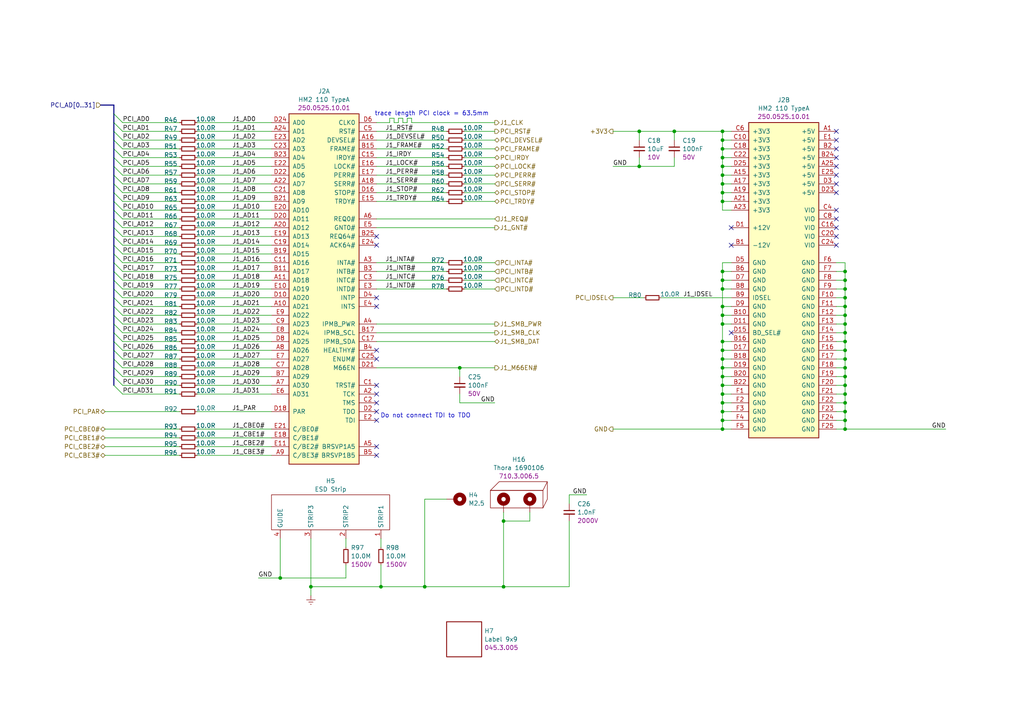
<source format=kicad_sch>
(kicad_sch (version 20231120) (generator "eeschema") (generator_version "8.0")
  (paper "A4")
  (title_block (title "CQ2") (date "2024-07-31") (rev "0") (comment 1 "CompactPCi Connector") (comment 2 "Manfred Schmitz") (comment 3 "tbd") (comment 4 "2024-07-03") (comment 5 "tbd") (comment 6 "A"))
  (junction (at 245.11 81.28))
  (junction (at 245.11 109.22))
  (junction (at 209.55 116.84))
  (junction (at 209.55 91.44))
  (junction (at 185.42 38.1))
  (junction (at 209.55 109.22))
  (junction (at 209.55 93.98))
  (junction (at 110.49 170.18))
  (junction (at 245.11 124.46))
  (junction (at 146.05 170.18))
  (junction (at 209.55 121.92))
  (junction (at 245.11 116.84))
  (junction (at 209.55 58.42))
  (junction (at 245.11 99.06))
  (junction (at 195.58 38.1))
  (junction (at 245.11 121.92))
  (junction (at 133.35 106.68))
  (junction (at 209.55 43.18))
  (junction (at 245.11 106.68))
  (junction (at 209.55 106.68))
  (junction (at 209.55 83.82))
  (junction (at 245.11 88.9))
  (junction (at 209.55 111.76))
  (junction (at 209.55 104.14))
  (junction (at 209.55 124.46))
  (junction (at 146.05 151.13))
  (junction (at 209.55 50.8))
  (junction (at 245.11 93.98))
  (junction (at 209.55 40.64))
  (junction (at 185.42 48.26))
  (junction (at 209.55 101.6))
  (junction (at 245.11 119.38))
  (junction (at 209.55 88.9))
  (junction (at 209.55 99.06))
  (junction (at 245.11 91.44))
  (junction (at 245.11 101.6))
  (junction (at 81.28 167.64))
  (junction (at 245.11 86.36))
  (junction (at 209.55 78.74))
  (junction (at 209.55 38.1))
  (junction (at 209.55 81.28))
  (junction (at 209.55 48.26))
  (junction (at 209.55 53.34))
  (junction (at 209.55 55.88))
  (junction (at 245.11 111.76))
  (junction (at 209.55 45.72))
  (junction (at 209.55 114.3))
  (junction (at 209.55 119.38))
  (junction (at 245.11 104.14))
  (junction (at 245.11 78.74))
  (junction (at 245.11 114.3))
  (junction (at 245.11 83.82))
  (junction (at 245.11 96.52))
  (junction (at 90.17 170.18))
  (junction (at 123.19 170.18))
  (no_connect (at 109.22 86.36))
  (no_connect (at 109.22 88.9))
  (no_connect (at 109.22 132.08))
  (no_connect (at 242.57 50.8))
  (no_connect (at 109.22 101.6))
  (no_connect (at 109.22 121.92))
  (no_connect (at 109.22 114.3))
  (no_connect (at 242.57 55.88))
  (no_connect (at 242.57 38.1))
  (no_connect (at 109.22 104.14))
  (no_connect (at 242.57 68.58))
  (no_connect (at 242.57 63.5))
  (no_connect (at 242.57 53.34))
  (no_connect (at 109.22 116.84))
  (no_connect (at 109.22 119.38))
  (no_connect (at 242.57 40.64))
  (no_connect (at 109.22 71.12))
  (no_connect (at 242.57 45.72))
  (no_connect (at 109.22 111.76))
  (no_connect (at 109.22 68.58))
  (no_connect (at 242.57 66.04))
  (no_connect (at 109.22 129.54))
  (no_connect (at 212.09 66.04))
  (no_connect (at 242.57 71.12))
  (no_connect (at 242.57 43.18))
  (no_connect (at 242.57 48.26))
  (no_connect (at 212.09 71.12))
  (no_connect (at 212.09 96.52))
  (no_connect (at 242.57 60.96))
  (bus_entry (at 33.02 58.42) (size 2.54 2.54))
  (bus_entry (at 33.02 106.68) (size 2.54 2.54))
  (bus_entry (at 33.02 55.88) (size 2.54 2.54))
  (bus_entry (at 33.02 48.26) (size 2.54 2.54))
  (bus_entry (at 33.02 66.04) (size 2.54 2.54))
  (bus_entry (at 33.02 76.2) (size 2.54 2.54))
  (bus_entry (at 33.02 73.66) (size 2.54 2.54))
  (bus_entry (at 33.02 71.12) (size 2.54 2.54))
  (bus_entry (at 33.02 83.82) (size 2.54 2.54))
  (bus_entry (at 33.02 99.06) (size 2.54 2.54))
  (bus_entry (at 33.02 50.8) (size 2.54 2.54))
  (bus_entry (at 33.02 43.18) (size 2.54 2.54))
  (bus_entry (at 33.02 40.64) (size 2.54 2.54))
  (bus_entry (at 33.02 68.58) (size 2.54 2.54))
  (bus_entry (at 33.02 101.6) (size 2.54 2.54))
  (bus_entry (at 33.02 88.9) (size 2.54 2.54))
  (bus_entry (at 33.02 35.56) (size 2.54 2.54))
  (bus_entry (at 33.02 104.14) (size 2.54 2.54))
  (bus_entry (at 33.02 63.5) (size 2.54 2.54))
  (bus_entry (at 33.02 60.96) (size 2.54 2.54))
  (bus_entry (at 33.02 33.02) (size 2.54 2.54))
  (bus_entry (at 33.02 96.52) (size 2.54 2.54))
  (bus_entry (at 33.02 78.74) (size 2.54 2.54))
  (bus_entry (at 33.02 53.34) (size 2.54 2.54))
  (bus_entry (at 33.02 93.98) (size 2.54 2.54))
  (bus_entry (at 33.02 109.22) (size 2.54 2.54))
  (bus_entry (at 33.02 111.76) (size 2.54 2.54))
  (bus_entry (at 33.02 91.44) (size 2.54 2.54))
  (bus_entry (at 33.02 45.72) (size 2.54 2.54))
  (bus_entry (at 33.02 81.28) (size 2.54 2.54))
  (bus_entry (at 33.02 38.1) (size 2.54 2.54))
  (bus_entry (at 33.02 86.36) (size 2.54 2.54))
  (wire (pts (xy 212.09 81.28) (xy 209.55 81.28)))
  (wire (pts (xy 212.09 43.18) (xy 209.55 43.18)))
  (wire (pts (xy 195.58 38.1) (xy 209.55 38.1)))
  (bus (pts (xy 29.21 30.48) (xy 33.02 30.48)))
  (wire (pts (xy 212.09 119.38) (xy 209.55 119.38)))
  (wire (pts (xy 119.38 35.56) (xy 143.51 35.56)))
  (wire (pts (xy 209.55 81.28) (xy 209.55 83.82)))
  (bus (pts (xy 33.02 53.34) (xy 33.02 50.8)))
  (wire (pts (xy 242.57 104.14) (xy 245.11 104.14)))
  (wire (pts (xy 134.62 38.1) (xy 143.51 38.1)))
  (wire (pts (xy 245.11 111.76) (xy 245.11 114.3)))
  (wire (pts (xy 209.55 104.14) (xy 209.55 106.68)))
  (wire (pts (xy 35.56 55.88) (xy 52.07 55.88)))
  (wire (pts (xy 185.42 48.26) (xy 177.8 48.26)))
  (wire (pts (xy 57.15 109.22) (xy 78.74 109.22)))
  (wire (pts (xy 90.17 172.72) (xy 90.17 170.18)))
  (bus (pts (xy 33.02 43.18) (xy 33.02 40.64)))
  (wire (pts (xy 134.62 48.26) (xy 143.51 48.26)))
  (wire (pts (xy 35.56 45.72) (xy 52.07 45.72)))
  (wire (pts (xy 134.62 83.82) (xy 143.51 83.82)))
  (wire (pts (xy 57.15 38.1) (xy 78.74 38.1)))
  (wire (pts (xy 177.8 86.36) (xy 186.69 86.36)))
  (wire (pts (xy 35.56 50.8) (xy 52.07 50.8)))
  (wire (pts (xy 209.55 111.76) (xy 209.55 114.3)))
  (bus (pts (xy 33.02 101.6) (xy 33.02 99.06)))
  (wire (pts (xy 57.15 55.88) (xy 78.74 55.88)))
  (wire (pts (xy 245.11 86.36) (xy 245.11 88.9)))
  (wire (pts (xy 35.56 111.76) (xy 52.07 111.76)))
  (wire (pts (xy 195.58 48.26) (xy 185.42 48.26)))
  (wire (pts (xy 57.15 40.64) (xy 78.74 40.64)))
  (bus (pts (xy 33.02 83.82) (xy 33.02 81.28)))
  (wire (pts (xy 114.3 34.29) (xy 114.3 35.56)))
  (wire (pts (xy 209.55 119.38) (xy 209.55 121.92)))
  (wire (pts (xy 57.15 78.74) (xy 78.74 78.74)))
  (wire (pts (xy 57.15 132.08) (xy 78.74 132.08)))
  (wire (pts (xy 212.09 106.68) (xy 209.55 106.68)))
  (wire (pts (xy 212.09 88.9) (xy 209.55 88.9)))
  (wire (pts (xy 134.62 45.72) (xy 143.51 45.72)))
  (wire (pts (xy 134.62 76.2) (xy 143.51 76.2)))
  (wire (pts (xy 35.56 53.34) (xy 52.07 53.34)))
  (wire (pts (xy 242.57 96.52) (xy 245.11 96.52)))
  (wire (pts (xy 35.56 96.52) (xy 52.07 96.52)))
  (wire (pts (xy 123.19 144.78) (xy 123.19 170.18)))
  (wire (pts (xy 209.55 83.82) (xy 209.55 88.9)))
  (wire (pts (xy 109.22 106.68) (xy 133.35 106.68)))
  (wire (pts (xy 245.11 76.2) (xy 245.11 78.74)))
  (bus (pts (xy 33.02 35.56) (xy 33.02 33.02)))
  (wire (pts (xy 209.55 45.72) (xy 209.55 48.26)))
  (wire (pts (xy 109.22 58.42) (xy 129.54 58.42)))
  (bus (pts (xy 33.02 50.8) (xy 33.02 48.26)))
  (wire (pts (xy 209.55 101.6) (xy 209.55 104.14)))
  (wire (pts (xy 109.22 63.5) (xy 143.51 63.5)))
  (wire (pts (xy 242.57 106.68) (xy 245.11 106.68)))
  (wire (pts (xy 146.05 148.59) (xy 146.05 151.13)))
  (wire (pts (xy 245.11 106.68) (xy 245.11 109.22)))
  (wire (pts (xy 35.56 101.6) (xy 52.07 101.6)))
  (wire (pts (xy 57.15 91.44) (xy 78.74 91.44)))
  (wire (pts (xy 35.56 109.22) (xy 52.07 109.22)))
  (wire (pts (xy 90.17 170.18) (xy 110.49 170.18)))
  (bus (pts (xy 33.02 68.58) (xy 33.02 66.04)))
  (wire (pts (xy 109.22 53.34) (xy 129.54 53.34)))
  (bus (pts (xy 33.02 109.22) (xy 33.02 106.68)))
  (bus (pts (xy 33.02 73.66) (xy 33.02 71.12)))
  (wire (pts (xy 35.56 35.56) (xy 52.07 35.56)))
  (wire (pts (xy 212.09 114.3) (xy 209.55 114.3)))
  (wire (pts (xy 35.56 78.74) (xy 52.07 78.74)))
  (wire (pts (xy 57.15 83.82) (xy 78.74 83.82)))
  (wire (pts (xy 185.42 45.72) (xy 185.42 48.26)))
  (bus (pts (xy 33.02 45.72) (xy 33.02 43.18)))
  (bus (pts (xy 33.02 91.44) (xy 33.02 88.9)))
  (wire (pts (xy 119.38 34.29) (xy 119.38 35.56)))
  (bus (pts (xy 33.02 60.96) (xy 33.02 58.42)))
  (wire (pts (xy 195.58 40.64) (xy 195.58 38.1)))
  (bus (pts (xy 33.02 38.1) (xy 33.02 35.56)))
  (wire (pts (xy 242.57 111.76) (xy 245.11 111.76)))
  (wire (pts (xy 245.11 101.6) (xy 245.11 104.14)))
  (bus (pts (xy 33.02 76.2) (xy 33.02 73.66)))
  (wire (pts (xy 134.62 55.88) (xy 143.51 55.88)))
  (wire (pts (xy 133.35 106.68) (xy 133.35 109.22)))
  (wire (pts (xy 109.22 43.18) (xy 129.54 43.18)))
  (wire (pts (xy 209.55 99.06) (xy 209.55 101.6)))
  (wire (pts (xy 35.56 68.58) (xy 52.07 68.58)))
  (wire (pts (xy 209.55 76.2) (xy 209.55 78.74)))
  (wire (pts (xy 212.09 109.22) (xy 209.55 109.22)))
  (wire (pts (xy 57.15 93.98) (xy 78.74 93.98)))
  (wire (pts (xy 109.22 48.26) (xy 129.54 48.26)))
  (wire (pts (xy 110.49 170.18) (xy 123.19 170.18)))
  (wire (pts (xy 109.22 78.74) (xy 129.54 78.74)))
  (wire (pts (xy 57.15 86.36) (xy 78.74 86.36)))
  (wire (pts (xy 242.57 116.84) (xy 245.11 116.84)))
  (wire (pts (xy 242.57 78.74) (xy 245.11 78.74)))
  (wire (pts (xy 212.09 45.72) (xy 209.55 45.72)))
  (wire (pts (xy 57.15 45.72) (xy 78.74 45.72)))
  (wire (pts (xy 212.09 60.96) (xy 209.55 60.96)))
  (bus (pts (xy 33.02 104.14) (xy 33.02 101.6)))
  (wire (pts (xy 57.15 127) (xy 78.74 127)))
  (wire (pts (xy 57.15 101.6) (xy 78.74 101.6)))
  (wire (pts (xy 209.55 48.26) (xy 209.55 50.8)))
  (wire (pts (xy 35.56 104.14) (xy 52.07 104.14)))
  (wire (pts (xy 245.11 83.82) (xy 245.11 86.36)))
  (bus (pts (xy 33.02 48.26) (xy 33.02 45.72)))
  (wire (pts (xy 209.55 55.88) (xy 209.55 58.42)))
  (wire (pts (xy 35.56 83.82) (xy 52.07 83.82)))
  (wire (pts (xy 35.56 73.66) (xy 52.07 73.66)))
  (wire (pts (xy 212.09 53.34) (xy 209.55 53.34)))
  (wire (pts (xy 134.62 50.8) (xy 143.51 50.8)))
  (wire (pts (xy 109.22 81.28) (xy 129.54 81.28)))
  (wire (pts (xy 35.56 58.42) (xy 52.07 58.42)))
  (bus (pts (xy 33.02 86.36) (xy 33.02 83.82)))
  (bus (pts (xy 33.02 66.04) (xy 33.02 63.5)))
  (wire (pts (xy 109.22 96.52) (xy 143.51 96.52)))
  (wire (pts (xy 212.09 93.98) (xy 209.55 93.98)))
  (wire (pts (xy 35.56 60.96) (xy 52.07 60.96)))
  (wire (pts (xy 245.11 93.98) (xy 245.11 96.52)))
  (wire (pts (xy 274.32 124.46) (xy 245.11 124.46)))
  (wire (pts (xy 212.09 48.26) (xy 209.55 48.26)))
  (wire (pts (xy 245.11 119.38) (xy 245.11 121.92)))
  (wire (pts (xy 165.1 143.51) (xy 165.1 146.05)))
  (wire (pts (xy 245.11 121.92) (xy 242.57 121.92)))
  (bus (pts (xy 33.02 106.68) (xy 33.02 104.14)))
  (wire (pts (xy 57.15 35.56) (xy 78.74 35.56)))
  (wire (pts (xy 57.15 60.96) (xy 78.74 60.96)))
  (wire (pts (xy 245.11 91.44) (xy 245.11 93.98)))
  (wire (pts (xy 242.57 101.6) (xy 245.11 101.6)))
  (bus (pts (xy 33.02 88.9) (xy 33.02 86.36)))
  (wire (pts (xy 209.55 50.8) (xy 209.55 53.34)))
  (wire (pts (xy 212.09 124.46) (xy 209.55 124.46)))
  (wire (pts (xy 118.11 35.56) (xy 118.11 34.29)))
  (wire (pts (xy 57.15 58.42) (xy 78.74 58.42)))
  (wire (pts (xy 57.15 66.04) (xy 78.74 66.04)))
  (wire (pts (xy 153.67 151.13) (xy 153.67 148.59)))
  (wire (pts (xy 191.77 86.36) (xy 212.09 86.36)))
  (wire (pts (xy 242.57 81.28) (xy 245.11 81.28)))
  (bus (pts (xy 33.02 40.64) (xy 33.02 38.1)))
  (wire (pts (xy 245.11 109.22) (xy 245.11 111.76)))
  (wire (pts (xy 245.11 114.3) (xy 245.11 116.84)))
  (wire (pts (xy 109.22 50.8) (xy 129.54 50.8)))
  (wire (pts (xy 212.09 78.74) (xy 209.55 78.74)))
  (wire (pts (xy 212.09 101.6) (xy 209.55 101.6)))
  (wire (pts (xy 113.03 35.56) (xy 113.03 34.29)))
  (wire (pts (xy 30.48 129.54) (xy 52.07 129.54)))
  (bus (pts (xy 33.02 63.5) (xy 33.02 60.96)))
  (wire (pts (xy 35.56 40.64) (xy 52.07 40.64)))
  (wire (pts (xy 212.09 99.06) (xy 209.55 99.06)))
  (wire (pts (xy 209.55 88.9) (xy 209.55 91.44)))
  (wire (pts (xy 242.57 119.38) (xy 245.11 119.38)))
  (wire (pts (xy 185.42 40.64) (xy 185.42 38.1)))
  (wire (pts (xy 30.48 127) (xy 52.07 127)))
  (wire (pts (xy 57.15 114.3) (xy 78.74 114.3)))
  (wire (pts (xy 35.56 93.98) (xy 52.07 93.98)))
  (wire (pts (xy 209.55 114.3) (xy 209.55 116.84)))
  (wire (pts (xy 57.15 50.8) (xy 78.74 50.8)))
  (wire (pts (xy 242.57 76.2) (xy 245.11 76.2)))
  (bus (pts (xy 33.02 111.76) (xy 33.02 109.22)))
  (wire (pts (xy 134.62 58.42) (xy 143.51 58.42)))
  (wire (pts (xy 242.57 109.22) (xy 245.11 109.22)))
  (wire (pts (xy 109.22 55.88) (xy 129.54 55.88)))
  (wire (pts (xy 35.56 86.36) (xy 52.07 86.36)))
  (wire (pts (xy 245.11 78.74) (xy 245.11 81.28)))
  (wire (pts (xy 57.15 88.9) (xy 78.74 88.9)))
  (wire (pts (xy 35.56 99.06) (xy 52.07 99.06)))
  (wire (pts (xy 133.35 114.3) (xy 133.35 116.84)))
  (wire (pts (xy 134.62 53.34) (xy 143.51 53.34)))
  (wire (pts (xy 242.57 124.46) (xy 245.11 124.46)))
  (wire (pts (xy 212.09 76.2) (xy 209.55 76.2)))
  (wire (pts (xy 209.55 116.84) (xy 209.55 119.38)))
  (bus (pts (xy 33.02 81.28) (xy 33.02 78.74)))
  (wire (pts (xy 118.11 34.29) (xy 119.38 34.29)))
  (wire (pts (xy 177.8 124.46) (xy 209.55 124.46)))
  (wire (pts (xy 57.15 53.34) (xy 78.74 53.34)))
  (wire (pts (xy 109.22 38.1) (xy 129.54 38.1)))
  (wire (pts (xy 245.11 116.84) (xy 245.11 119.38)))
  (wire (pts (xy 209.55 53.34) (xy 209.55 55.88)))
  (wire (pts (xy 109.22 76.2) (xy 129.54 76.2)))
  (wire (pts (xy 109.22 40.64) (xy 129.54 40.64)))
  (wire (pts (xy 113.03 34.29) (xy 114.3 34.29)))
  (wire (pts (xy 35.56 88.9) (xy 52.07 88.9)))
  (wire (pts (xy 35.56 114.3) (xy 52.07 114.3)))
  (wire (pts (xy 57.15 124.46) (xy 78.74 124.46)))
  (wire (pts (xy 109.22 83.82) (xy 129.54 83.82)))
  (wire (pts (xy 115.57 35.56) (xy 115.57 34.29)))
  (wire (pts (xy 245.11 99.06) (xy 245.11 101.6)))
  (wire (pts (xy 195.58 45.72) (xy 195.58 48.26)))
  (wire (pts (xy 209.55 91.44) (xy 209.55 93.98)))
  (wire (pts (xy 212.09 55.88) (xy 209.55 55.88)))
  (wire (pts (xy 242.57 114.3) (xy 245.11 114.3)))
  (wire (pts (xy 165.1 143.51) (xy 170.18 143.51)))
  (wire (pts (xy 129.54 144.78) (xy 123.19 144.78)))
  (bus (pts (xy 33.02 93.98) (xy 33.02 91.44)))
  (wire (pts (xy 57.15 111.76) (xy 78.74 111.76)))
  (wire (pts (xy 57.15 76.2) (xy 78.74 76.2)))
  (wire (pts (xy 90.17 170.18) (xy 90.17 156.21)))
  (wire (pts (xy 209.55 40.64) (xy 209.55 43.18)))
  (wire (pts (xy 165.1 151.13) (xy 165.1 170.18)))
  (wire (pts (xy 57.15 99.06) (xy 78.74 99.06)))
  (wire (pts (xy 35.56 71.12) (xy 52.07 71.12)))
  (wire (pts (xy 245.11 124.46) (xy 245.11 121.92)))
  (wire (pts (xy 133.35 116.84) (xy 143.51 116.84)))
  (wire (pts (xy 57.15 119.38) (xy 78.74 119.38)))
  (wire (pts (xy 242.57 91.44) (xy 245.11 91.44)))
  (wire (pts (xy 57.15 106.68) (xy 78.74 106.68)))
  (wire (pts (xy 245.11 88.9) (xy 245.11 91.44)))
  (bus (pts (xy 33.02 58.42) (xy 33.02 55.88)))
  (wire (pts (xy 57.15 73.66) (xy 78.74 73.66)))
  (wire (pts (xy 109.22 66.04) (xy 143.51 66.04)))
  (wire (pts (xy 209.55 93.98) (xy 209.55 99.06)))
  (bus (pts (xy 33.02 55.88) (xy 33.02 53.34)))
  (wire (pts (xy 146.05 170.18) (xy 165.1 170.18)))
  (wire (pts (xy 100.33 163.83) (xy 100.33 167.64)))
  (wire (pts (xy 134.62 43.18) (xy 143.51 43.18)))
  (wire (pts (xy 133.35 106.68) (xy 143.51 106.68)))
  (wire (pts (xy 212.09 116.84) (xy 209.55 116.84)))
  (wire (pts (xy 146.05 151.13) (xy 153.67 151.13)))
  (wire (pts (xy 242.57 93.98) (xy 245.11 93.98)))
  (wire (pts (xy 57.15 96.52) (xy 78.74 96.52)))
  (wire (pts (xy 212.09 111.76) (xy 209.55 111.76)))
  (bus (pts (xy 33.02 78.74) (xy 33.02 76.2)))
  (wire (pts (xy 209.55 109.22) (xy 209.55 111.76)))
  (wire (pts (xy 81.28 156.21) (xy 81.28 167.64)))
  (wire (pts (xy 212.09 83.82) (xy 209.55 83.82)))
  (wire (pts (xy 35.56 48.26) (xy 52.07 48.26)))
  (wire (pts (xy 115.57 34.29) (xy 116.84 34.29)))
  (wire (pts (xy 209.55 43.18) (xy 209.55 45.72)))
  (wire (pts (xy 57.15 48.26) (xy 78.74 48.26)))
  (wire (pts (xy 123.19 170.18) (xy 146.05 170.18)))
  (wire (pts (xy 212.09 91.44) (xy 209.55 91.44)))
  (wire (pts (xy 57.15 129.54) (xy 78.74 129.54)))
  (wire (pts (xy 35.56 91.44) (xy 52.07 91.44)))
  (wire (pts (xy 110.49 163.83) (xy 110.49 170.18)))
  (wire (pts (xy 146.05 151.13) (xy 146.05 170.18)))
  (wire (pts (xy 212.09 38.1) (xy 209.55 38.1)))
  (wire (pts (xy 212.09 50.8) (xy 209.55 50.8)))
  (wire (pts (xy 35.56 38.1) (xy 52.07 38.1)))
  (wire (pts (xy 109.22 45.72) (xy 129.54 45.72)))
  (bus (pts (xy 33.02 71.12) (xy 33.02 68.58)))
  (wire (pts (xy 109.22 35.56) (xy 113.03 35.56)))
  (wire (pts (xy 116.84 35.56) (xy 118.11 35.56)))
  (wire (pts (xy 57.15 104.14) (xy 78.74 104.14)))
  (wire (pts (xy 177.8 38.1) (xy 185.42 38.1)))
  (wire (pts (xy 35.56 43.18) (xy 52.07 43.18)))
  (wire (pts (xy 35.56 81.28) (xy 52.07 81.28)))
  (wire (pts (xy 30.48 132.08) (xy 52.07 132.08)))
  (wire (pts (xy 57.15 43.18) (xy 78.74 43.18)))
  (wire (pts (xy 35.56 66.04) (xy 52.07 66.04)))
  (wire (pts (xy 209.55 124.46) (xy 209.55 121.92)))
  (wire (pts (xy 114.3 35.56) (xy 115.57 35.56)))
  (wire (pts (xy 57.15 71.12) (xy 78.74 71.12)))
  (bus (pts (xy 33.02 33.02) (xy 33.02 30.48)))
  (wire (pts (xy 242.57 86.36) (xy 245.11 86.36)))
  (wire (pts (xy 30.48 119.38) (xy 52.07 119.38)))
  (wire (pts (xy 209.55 38.1) (xy 209.55 40.64)))
  (wire (pts (xy 212.09 104.14) (xy 209.55 104.14)))
  (wire (pts (xy 30.48 124.46) (xy 52.07 124.46)))
  (wire (pts (xy 185.42 38.1) (xy 195.58 38.1)))
  (wire (pts (xy 209.55 58.42) (xy 212.09 58.42)))
  (wire (pts (xy 242.57 83.82) (xy 245.11 83.82)))
  (wire (pts (xy 57.15 68.58) (xy 78.74 68.58)))
  (wire (pts (xy 134.62 40.64) (xy 143.51 40.64)))
  (wire (pts (xy 134.62 81.28) (xy 143.51 81.28)))
  (wire (pts (xy 242.57 99.06) (xy 245.11 99.06)))
  (wire (pts (xy 110.49 156.21) (xy 110.49 158.75)))
  (wire (pts (xy 116.84 34.29) (xy 116.84 35.56)))
  (wire (pts (xy 100.33 156.21) (xy 100.33 158.75)))
  (wire (pts (xy 209.55 106.68) (xy 209.55 109.22)))
  (wire (pts (xy 134.62 78.74) (xy 143.51 78.74)))
  (wire (pts (xy 245.11 96.52) (xy 245.11 99.06)))
  (wire (pts (xy 81.28 167.64) (xy 100.33 167.64)))
  (wire (pts (xy 245.11 81.28) (xy 245.11 83.82)))
  (wire (pts (xy 35.56 106.68) (xy 52.07 106.68)))
  (wire (pts (xy 74.93 167.64) (xy 81.28 167.64)))
  (wire (pts (xy 242.57 88.9) (xy 245.11 88.9)))
  (wire (pts (xy 35.56 76.2) (xy 52.07 76.2)))
  (wire (pts (xy 209.55 121.92) (xy 212.09 121.92)))
  (bus (pts (xy 33.02 99.06) (xy 33.02 96.52)))
  (wire (pts (xy 109.22 93.98) (xy 143.51 93.98)))
  (wire (pts (xy 209.55 78.74) (xy 209.55 81.28)))
  (wire (pts (xy 57.15 63.5) (xy 78.74 63.5)))
  (wire (pts (xy 245.11 104.14) (xy 245.11 106.68)))
  (bus (pts (xy 33.02 96.52) (xy 33.02 93.98)))
  (wire (pts (xy 212.09 40.64) (xy 209.55 40.64)))
  (wire (pts (xy 209.55 60.96) (xy 209.55 58.42)))
  (wire (pts (xy 35.56 63.5) (xy 52.07 63.5)))
  (wire (pts (xy 109.22 99.06) (xy 143.51 99.06)))
  (wire (pts (xy 57.15 81.28) (xy 78.74 81.28)))
  (text "Do not connect TDI to TDO" (at 123.444 120.65 0) (effects (font (size 1.27 1.27))))
  (text "trace length PCI clock = 63.5mm" (at 125.222 33.02 0) (effects (font (size 1.27 1.27))))
  (label "PCI_AD25" (at 35.56 99.06 0))
  (label "J1_AD19" (at 67.31 83.82 0))
  (label "J1_PERR#" (at 111.76 50.8 0))
  (label "J1_AD15" (at 67.31 73.66 0))
  (label "J1_AD17" (at 67.31 78.74 0))
  (label "J1_FRAME#" (at 111.76 43.18 0))
  (label "PCI_AD11" (at 35.56 63.5 0))
  (label "J1_AD29" (at 67.31 109.22 0))
  (label "J1_AD13" (at 67.31 68.58 0))
  (label "PCI_AD26" (at 35.56 101.6 0))
  (label "J1_AD0" (at 67.31 35.56 0))
  (label "J1_AD20" (at 67.31 86.36 0))
  (label "PCI_AD8" (at 35.56 55.88 0))
  (label "J1_AD28" (at 67.31 106.68 0))
  (label "PCI_AD31" (at 35.56 114.3 0))
  (label "J1_AD21" (at 67.31 88.9 0))
  (label "PCI_AD27" (at 35.56 104.14 0))
  (label "PCI_AD7" (at 35.56 53.34 0))
  (label "PCI_AD0" (at 35.56 35.56 0))
  (label "PCI_AD23" (at 35.56 93.98 0))
  (label "PCI_AD16" (at 35.56 76.2 0))
  (label "PCI_AD28" (at 35.56 106.68 0))
  (label "J1_AD31" (at 67.31 114.3 0))
  (label "PCI_AD18" (at 35.56 81.28 0))
  (label "PCI_AD17" (at 35.56 78.74 0))
  (label "PCI_AD21" (at 35.56 88.9 0))
  (label "J1_AD9" (at 67.31 58.42 0))
  (label "PCI_AD3" (at 35.56 43.18 0))
  (label "J1_AD12" (at 67.31 66.04 0))
  (label "PCI_AD22" (at 35.56 91.44 0))
  (label "PCI_AD5" (at 35.56 48.26 0))
  (label "GND" (at 170.18 143.51 180))
  (label "J1_AD1" (at 67.31 38.1 0))
  (label "J1_AD6" (at 67.31 50.8 0))
  (label "PCI_AD15" (at 35.56 73.66 0))
  (label "J1_CBE2#" (at 67.31 129.54 0))
  (label "J1_AD26" (at 67.31 101.6 0))
  (label "J1_AD11" (at 67.31 63.5 0))
  (label "J1_INTA#" (at 111.76 76.2 0))
  (label "J1_AD4" (at 67.31 45.72 0))
  (label "J1_INTC#" (at 111.76 81.28 0))
  (label "PCI_AD2" (at 35.56 40.64 0))
  (label "J1_AD27" (at 67.31 104.14 0))
  (label "J1_AD30" (at 67.31 111.76 0))
  (label "J1_AD3" (at 67.31 43.18 0))
  (label "PCI_AD9" (at 35.56 58.42 0))
  (label "J1_AD25" (at 67.31 99.06 0))
  (label "GND" (at 74.93 167.64 0))
  (label "J1_INTD#" (at 111.7418 83.82 0))
  (label "J1_AD2" (at 67.31 40.64 0))
  (label "J1_INTB#" (at 111.76 78.74 0))
  (label "PCI_AD29" (at 35.56 109.22 0))
  (label "J1_AD8" (at 67.31 55.88 0))
  (label "PCI_AD1" (at 35.56 38.1 0))
  (label "J1_STOP#" (at 111.76 55.88 0))
  (label "J1_AD7" (at 67.31 53.34 0))
  (label "PCI_AD10" (at 35.56 60.96 0))
  (label "J1_AD16" (at 67.31 76.2 0))
  (label "J1_IDSEL" (at 198.12 86.36 0))
  (label "J1_AD14" (at 67.31 71.12 0))
  (label "J1_RST#" (at 111.76 38.1 0))
  (label "J1_CBE3#" (at 67.31 132.08 0))
  (label "J1_CBE0#" (at 67.31 124.46 0))
  (label "PCI_AD19" (at 35.56 83.82 0))
  (label "J1_AD18" (at 67.31 81.28 0))
  (label "PCI_AD24" (at 35.56 96.52 0))
  (label "J1_AD24" (at 67.31 96.52 0))
  (label "PCI_AD12" (at 35.56 66.04 0))
  (label "J1_AD10" (at 67.31 60.96 0))
  (label "J1_SERR#" (at 111.76 53.34 0))
  (label "GND" (at 177.8 48.26 0))
  (label "J1_PAR" (at 67.31 119.38 0))
  (label "PCI_AD4" (at 35.56 45.72 0))
  (label "J1_DEVSEL#" (at 111.76 40.64 0))
  (label "J1_AD23" (at 67.31 93.98 0))
  (label "J1_IRDY" (at 111.76 45.72 0))
  (label "PCI_AD6" (at 35.56 50.8 0))
  (label "PCI_AD13" (at 35.56 68.58 0))
  (label "J1_AD5" (at 67.31 48.26 0))
  (label "PCI_AD14" (at 35.56 71.12 0))
  (label "GND" (at 274.32 124.46 180))
  (label "J1_AD22" (at 67.31 91.44 0))
  (label "J1_CBE1#" (at 67.31 127 0))
  (label "J1_LOCK#" (at 111.76 48.26 0))
  (label "GND" (at 143.51 116.84 180))
  (label "PCI_AD30" (at 35.56 111.76 0))
  (label "J1_TRDY#" (at 111.76 58.42 0))
  (label "PCI_AD20" (at 35.56 86.36 0))
  (hierarchical_label "PCI_CBE2#" (shape bidirectional) (at 30.48 129.54 180))
  (hierarchical_label "J1_REQ#" (shape input) (at 143.51 63.5 0))
  (hierarchical_label "PCI_SERR#" (shape input) (at 143.51 53.34 0))
  (hierarchical_label "J1_SMB_PWR" (shape output) (at 143.51 93.98 0))
  (hierarchical_label "PCI_INTB#" (shape input) (at 143.51 78.74 0))
  (hierarchical_label "PCI_FRAME#" (shape bidirectional) (at 143.51 43.18 0))
  (hierarchical_label "PCI_IRDY" (shape bidirectional) (at 143.51 45.72 0))
  (hierarchical_label "PCI_STOP#" (shape bidirectional) (at 143.51 55.88 0))
  (hierarchical_label "PCI_INTC#" (shape input) (at 143.51 81.28 0))
  (hierarchical_label "J1_SMB_CLK" (shape output) (at 143.51 96.52 0))
  (hierarchical_label "J1_CLK" (shape output) (at 143.51 35.56 0))
  (hierarchical_label "J1_GNT#" (shape output) (at 143.51 66.04 0))
  (hierarchical_label "PCI_DEVSEL#" (shape bidirectional) (at 143.51 40.64 0))
  (hierarchical_label "PCI_CBE0#" (shape bidirectional) (at 30.48 124.46 180))
  (hierarchical_label "J1_M66EN#" (shape output) (at 143.51 106.68 0))
  (hierarchical_label "PCI_INTA#" (shape input) (at 143.51 76.2 0))
  (hierarchical_label "PCI_IDSEL" (shape output) (at 177.8 86.36 180))
  (hierarchical_label "PCI_AD[0..31]" (shape input) (at 29.21 30.48 180))
  (hierarchical_label "PCI_LOCK#" (shape bidirectional) (at 143.51 48.26 0))
  (hierarchical_label "+3V3" (shape output) (at 177.8 38.1 180))
  (hierarchical_label "PCI_RST#" (shape output) (at 143.51 38.1 0))
  (hierarchical_label "PCI_PERR#" (shape bidirectional) (at 143.51 50.8 0))
  (hierarchical_label "PCI_PAR" (shape bidirectional) (at 30.48 119.38 180))
  (hierarchical_label "J1_SMB_DAT" (shape bidirectional) (at 143.51 99.06 0))
  (hierarchical_label "PCI_INTD#" (shape input) (at 143.51 83.82 0))
  (hierarchical_label "PCI_TRDY#" (shape bidirectional) (at 143.51 58.42 0))
  (hierarchical_label "GND" (shape output) (at 177.8 124.46 180))
  (hierarchical_label "PCI_CBE1#" (shape bidirectional) (at 30.48 127 180))
  (hierarchical_label "PCI_CBE3#" (shape bidirectional) (at 30.48 132.08 180))
  (symbol (lib_id "ci4rail-database:resistors/104") (at 132.08 48.26 90) (unit 1)
    (property "Reference" "R56" (at 127 47.498 90))
    (property "Value" "10.0R" (at 137.16 47.244 90))
    (property "Footprint" "0-standard:0402-resistor" (effects (hide yes)))
    (property "Description" "Thick film resistor" (effects (hide yes)))
    (property "Value1" "+/-1%" (effects (hide yes)))
    (property "Value2" "100 ppm" (effects (hide yes)))
    (property "Value3" "62.5 mW" (effects (hide yes)))
    (property "Value4" "50 V" (effects (hide yes)))
    (property "MPN" "n/a" (effects (hide yes)))
    (property "LTB" "9999" (effects (hide yes)))
    (property "ERP1" "M110-00088-00" (effects (hide yes)))
    (property "ERP2" "101.403.0100" (effects (hide yes)))
    (property "Lifecycle" "released" (effects (hide yes)))
    (property "Cost" "0.01" (effects (hide yes)))
    (property "Outline" "SMT 0402" (effects (hide yes)))
  )
  (symbol (lib_id "ci4rail-database:resistors/104") (at 54.61 43.18 90) (unit 1)
    (property "Reference" "R51" (at 49.53 42.418 90))
    (property "Value" "10.0R" (at 59.69 42.164 90))
    (property "Footprint" "0-standard:0402-resistor" (effects (hide yes)))
    (property "Description" "Thick film resistor" (effects (hide yes)))
    (property "Value1" "+/-1%" (effects (hide yes)))
    (property "Value2" "100 ppm" (effects (hide yes)))
    (property "Value3" "62.5 mW" (effects (hide yes)))
    (property "Value4" "50 V" (effects (hide yes)))
    (property "MPN" "n/a" (effects (hide yes)))
    (property "LTB" "9999" (effects (hide yes)))
    (property "ERP1" "M110-00088-00" (effects (hide yes)))
    (property "ERP2" "101.403.0100" (effects (hide yes)))
    (property "Lifecycle" "released" (effects (hide yes)))
    (property "Cost" "0.01" (effects (hide yes)))
    (property "Outline" "SMT 0402" (effects (hide yes)))
  )
  (symbol (lib_id "ci4rail-database:resistors/104") (at 54.61 129.54 90) (unit 1)
    (property "Reference" "R95" (at 49.53 128.778 90))
    (property "Value" "10.0R" (at 59.69 128.524 90))
    (property "Footprint" "0-standard:0402-resistor" (effects (hide yes)))
    (property "Description" "Thick film resistor" (effects (hide yes)))
    (property "Value1" "+/-1%" (effects (hide yes)))
    (property "Value2" "100 ppm" (effects (hide yes)))
    (property "Value3" "62.5 mW" (effects (hide yes)))
    (property "Value4" "50 V" (effects (hide yes)))
    (property "MPN" "n/a" (effects (hide yes)))
    (property "LTB" "9999" (effects (hide yes)))
    (property "ERP1" "M110-00088-00" (effects (hide yes)))
    (property "ERP2" "101.403.0100" (effects (hide yes)))
    (property "Lifecycle" "released" (effects (hide yes)))
    (property "Cost" "0.01" (effects (hide yes)))
    (property "Outline" "SMT 0402" (effects (hide yes)))
  )
  (symbol (lib_id "ci4rail-database:resistors/104") (at 54.61 55.88 90) (unit 1)
    (property "Reference" "R61" (at 49.53 55.118 90))
    (property "Value" "10.0R" (at 59.69 54.864 90))
    (property "Footprint" "0-standard:0402-resistor" (effects (hide yes)))
    (property "Description" "Thick film resistor" (effects (hide yes)))
    (property "Value1" "+/-1%" (effects (hide yes)))
    (property "Value2" "100 ppm" (effects (hide yes)))
    (property "Value3" "62.5 mW" (effects (hide yes)))
    (property "Value4" "50 V" (effects (hide yes)))
    (property "MPN" "n/a" (effects (hide yes)))
    (property "LTB" "9999" (effects (hide yes)))
    (property "ERP1" "M110-00088-00" (effects (hide yes)))
    (property "ERP2" "101.403.0100" (effects (hide yes)))
    (property "Lifecycle" "released" (effects (hide yes)))
    (property "Cost" "0.01" (effects (hide yes)))
    (property "Outline" "SMT 0402" (effects (hide yes)))
  )
  (symbol (lib_id "ci4rail-database:resistors/104") (at 54.61 86.36 90) (unit 1)
    (property "Reference" "R79" (at 49.53 85.598 90))
    (property "Value" "10.0R" (at 59.69 85.344 90))
    (property "Footprint" "0-standard:0402-resistor" (effects (hide yes)))
    (property "Description" "Thick film resistor" (effects (hide yes)))
    (property "Value1" "+/-1%" (effects (hide yes)))
    (property "Value2" "100 ppm" (effects (hide yes)))
    (property "Value3" "62.5 mW" (effects (hide yes)))
    (property "Value4" "50 V" (effects (hide yes)))
    (property "MPN" "n/a" (effects (hide yes)))
    (property "LTB" "9999" (effects (hide yes)))
    (property "ERP1" "M110-00088-00" (effects (hide yes)))
    (property "ERP2" "101.403.0100" (effects (hide yes)))
    (property "Lifecycle" "released" (effects (hide yes)))
    (property "Cost" "0.01" (effects (hide yes)))
    (property "Outline" "SMT 0402" (effects (hide yes)))
  )
  (symbol (lib_id "ci4rail-database:resistors/104") (at 54.61 78.74 90) (unit 1)
    (property "Reference" "R73" (at 49.53 77.978 90))
    (property "Value" "10.0R" (at 59.69 77.724 90))
    (property "Footprint" "0-standard:0402-resistor" (effects (hide yes)))
    (property "Description" "Thick film resistor" (effects (hide yes)))
    (property "Value1" "+/-1%" (effects (hide yes)))
    (property "Value2" "100 ppm" (effects (hide yes)))
    (property "Value3" "62.5 mW" (effects (hide yes)))
    (property "Value4" "50 V" (effects (hide yes)))
    (property "MPN" "n/a" (effects (hide yes)))
    (property "LTB" "9999" (effects (hide yes)))
    (property "ERP1" "M110-00088-00" (effects (hide yes)))
    (property "ERP2" "101.403.0100" (effects (hide yes)))
    (property "Lifecycle" "released" (effects (hide yes)))
    (property "Cost" "0.01" (effects (hide yes)))
    (property "Outline" "SMT 0402" (effects (hide yes)))
  )
  (symbol (lib_id "ci4rail-database:resistors/104") (at 54.61 111.76 90) (unit 1)
    (property "Reference" "R90" (at 49.53 110.998 90))
    (property "Value" "10.0R" (at 59.69 110.744 90))
    (property "Footprint" "0-standard:0402-resistor" (effects (hide yes)))
    (property "Description" "Thick film resistor" (effects (hide yes)))
    (property "Value1" "+/-1%" (effects (hide yes)))
    (property "Value2" "100 ppm" (effects (hide yes)))
    (property "Value3" "62.5 mW" (effects (hide yes)))
    (property "Value4" "50 V" (effects (hide yes)))
    (property "MPN" "n/a" (effects (hide yes)))
    (property "LTB" "9999" (effects (hide yes)))
    (property "ERP1" "M110-00088-00" (effects (hide yes)))
    (property "ERP2" "101.403.0100" (effects (hide yes)))
    (property "Lifecycle" "released" (effects (hide yes)))
    (property "Cost" "0.01" (effects (hide yes)))
    (property "Outline" "SMT 0402" (effects (hide yes)))
  )
  (symbol (lib_id "ci4rail-database:resistors/104") (at 54.61 50.8 90) (unit 1)
    (property "Reference" "R57" (at 49.53 50.038 90))
    (property "Value" "10.0R" (at 59.69 49.784 90))
    (property "Footprint" "0-standard:0402-resistor" (effects (hide yes)))
    (property "Description" "Thick film resistor" (effects (hide yes)))
    (property "Value1" "+/-1%" (effects (hide yes)))
    (property "Value2" "100 ppm" (effects (hide yes)))
    (property "Value3" "62.5 mW" (effects (hide yes)))
    (property "Value4" "50 V" (effects (hide yes)))
    (property "MPN" "n/a" (effects (hide yes)))
    (property "LTB" "9999" (effects (hide yes)))
    (property "ERP1" "M110-00088-00" (effects (hide yes)))
    (property "ERP2" "101.403.0100" (effects (hide yes)))
    (property "Lifecycle" "released" (effects (hide yes)))
    (property "Cost" "0.01" (effects (hide yes)))
    (property "Outline" "SMT 0402" (effects (hide yes)))
  )
  (symbol (lib_id "ci4rail-database:resistors/104") (at 54.61 38.1 90) (unit 1)
    (property "Reference" "R47" (at 49.53 37.338 90))
    (property "Value" "10.0R" (at 59.69 37.084 90))
    (property "Footprint" "0-standard:0402-resistor" (effects (hide yes)))
    (property "Description" "Thick film resistor" (effects (hide yes)))
    (property "Value1" "+/-1%" (effects (hide yes)))
    (property "Value2" "100 ppm" (effects (hide yes)))
    (property "Value3" "62.5 mW" (effects (hide yes)))
    (property "Value4" "50 V" (effects (hide yes)))
    (property "MPN" "n/a" (effects (hide yes)))
    (property "LTB" "9999" (effects (hide yes)))
    (property "ERP1" "M110-00088-00" (effects (hide yes)))
    (property "ERP2" "101.403.0100" (effects (hide yes)))
    (property "Lifecycle" "released" (effects (hide yes)))
    (property "Cost" "0.01" (effects (hide yes)))
    (property "Outline" "SMT 0402" (effects (hide yes)))
  )
  (symbol (lib_id "ci4rail-database:resistors/104") (at 54.61 81.28 90) (unit 1)
    (property "Reference" "R75" (at 49.53 80.518 90))
    (property "Value" "10.0R" (at 59.69 80.264 90))
    (property "Footprint" "0-standard:0402-resistor" (effects (hide yes)))
    (property "Description" "Thick film resistor" (effects (hide yes)))
    (property "Value1" "+/-1%" (effects (hide yes)))
    (property "Value2" "100 ppm" (effects (hide yes)))
    (property "Value3" "62.5 mW" (effects (hide yes)))
    (property "Value4" "50 V" (effects (hide yes)))
    (property "MPN" "n/a" (effects (hide yes)))
    (property "LTB" "9999" (effects (hide yes)))
    (property "ERP1" "M110-00088-00" (effects (hide yes)))
    (property "ERP2" "101.403.0100" (effects (hide yes)))
    (property "Lifecycle" "released" (effects (hide yes)))
    (property "Cost" "0.01" (effects (hide yes)))
    (property "Outline" "SMT 0402" (effects (hide yes)))
  )
  (symbol (lib_id "ci4rail-database:capacitors/86") (at 195.58 43.18 0) (unit 1)
    (property "Reference" "C19" (at 197.9041 40.762 0) (effects (justify left)))
    (property "Value" "100nF" (at 197.9041 43.1863 0) (effects (justify left)))
    (property "Footprint" "0-standard:0402-capacitor" (effects (hide yes)))
    (property "Description" "Multilayer Ceramic Capacitors" (effects (hide yes)))
    (property "Value1" "+/-10 %" (effects (hide yes)))
    (property "Value2" "50V" (at 197.9041 45.6106 0) (effects (justify left)))
    (property "Value3" "X5R/X7R" (effects (hide yes)))
    (property "MPN" "n/a" (effects (hide yes)))
    (property "LTB" "9999" (effects (hide yes)))
    (property "ERP1" "M120-00060-00" (effects (hide yes)))
    (property "ERP2" "110.42.410.050.0" (effects (hide yes)))
    (property "Cost" "0.02" (effects (hide yes)))
    (property "Lifecycle" "released" (effects (hide yes)))
    (property "Outline" "SMT 0402" (effects (hide yes)))
  )
  (symbol (lib_id "ci4rail-database:capacitors/86") (at 133.35 111.76 0) (unit 1)
    (property "Reference" "C25" (at 135.6741 109.342 0) (effects (justify left)))
    (property "Value" "100nF" (at 135.6741 111.7663 0) (effects (justify left)))
    (property "Footprint" "0-standard:0402-capacitor" (effects (hide yes)))
    (property "Description" "Multilayer Ceramic Capacitors" (effects (hide yes)))
    (property "Value1" "+/-10 %" (effects (hide yes)))
    (property "Value2" "50V" (at 135.6741 114.1906 0) (effects (justify left)))
    (property "Value3" "X5R/X7R" (effects (hide yes)))
    (property "MPN" "n/a" (effects (hide yes)))
    (property "LTB" "9999" (effects (hide yes)))
    (property "ERP1" "M120-00060-00" (effects (hide yes)))
    (property "ERP2" "110.42.410.050.0" (effects (hide yes)))
    (property "Cost" "0.02" (effects (hide yes)))
    (property "Lifecycle" "released" (effects (hide yes)))
    (property "Outline" "SMT 0402" (effects (hide yes)))
  )
  (symbol (lib_id "ci4rail-database:resistors/104") (at 54.61 40.64 90) (unit 1)
    (property "Reference" "R49" (at 49.53 39.878 90))
    (property "Value" "10.0R" (at 59.69 39.624 90))
    (property "Footprint" "0-standard:0402-resistor" (effects (hide yes)))
    (property "Description" "Thick film resistor" (effects (hide yes)))
    (property "Value1" "+/-1%" (effects (hide yes)))
    (property "Value2" "100 ppm" (effects (hide yes)))
    (property "Value3" "62.5 mW" (effects (hide yes)))
    (property "Value4" "50 V" (effects (hide yes)))
    (property "MPN" "n/a" (effects (hide yes)))
    (property "LTB" "9999" (effects (hide yes)))
    (property "ERP1" "M110-00088-00" (effects (hide yes)))
    (property "ERP2" "101.403.0100" (effects (hide yes)))
    (property "Lifecycle" "released" (effects (hide yes)))
    (property "Cost" "0.01" (effects (hide yes)))
    (property "Outline" "SMT 0402" (effects (hide yes)))
  )
  (symbol (lib_id "ci4rail-database:resistors/104") (at 132.08 58.42 90) (unit 1)
    (property "Reference" "R64" (at 127 57.658 90))
    (property "Value" "10.0R" (at 137.16 57.404 90))
    (property "Footprint" "0-standard:0402-resistor" (effects (hide yes)))
    (property "Description" "Thick film resistor" (effects (hide yes)))
    (property "Value1" "+/-1%" (effects (hide yes)))
    (property "Value2" "100 ppm" (effects (hide yes)))
    (property "Value3" "62.5 mW" (effects (hide yes)))
    (property "Value4" "50 V" (effects (hide yes)))
    (property "MPN" "n/a" (effects (hide yes)))
    (property "LTB" "9999" (effects (hide yes)))
    (property "ERP1" "M110-00088-00" (effects (hide yes)))
    (property "ERP2" "101.403.0100" (effects (hide yes)))
    (property "Lifecycle" "released" (effects (hide yes)))
    (property "Cost" "0.01" (effects (hide yes)))
    (property "Outline" "SMT 0402" (effects (hide yes)))
  )
  (symbol (lib_id "ci4rail-database:resistors/104") (at 132.08 43.18 90) (unit 1)
    (property "Reference" "R52" (at 127 42.418 90))
    (property "Value" "10.0R" (at 137.16 42.164 90))
    (property "Footprint" "0-standard:0402-resistor" (effects (hide yes)))
    (property "Description" "Thick film resistor" (effects (hide yes)))
    (property "Value1" "+/-1%" (effects (hide yes)))
    (property "Value2" "100 ppm" (effects (hide yes)))
    (property "Value3" "62.5 mW" (effects (hide yes)))
    (property "Value4" "50 V" (effects (hide yes)))
    (property "MPN" "n/a" (effects (hide yes)))
    (property "LTB" "9999" (effects (hide yes)))
    (property "ERP1" "M110-00088-00" (effects (hide yes)))
    (property "ERP2" "101.403.0100" (effects (hide yes)))
    (property "Lifecycle" "released" (effects (hide yes)))
    (property "Cost" "0.01" (effects (hide yes)))
    (property "Outline" "SMT 0402" (effects (hide yes)))
  )
  (symbol (lib_id "ci4rail-database:resistors/104") (at 54.61 71.12 90) (unit 1)
    (property "Reference" "R69" (at 49.53 70.358 90))
    (property "Value" "10.0R" (at 59.69 70.104 90))
    (property "Footprint" "0-standard:0402-resistor" (effects (hide yes)))
    (property "Description" "Thick film resistor" (effects (hide yes)))
    (property "Value1" "+/-1%" (effects (hide yes)))
    (property "Value2" "100 ppm" (effects (hide yes)))
    (property "Value3" "62.5 mW" (effects (hide yes)))
    (property "Value4" "50 V" (effects (hide yes)))
    (property "MPN" "n/a" (effects (hide yes)))
    (property "LTB" "9999" (effects (hide yes)))
    (property "ERP1" "M110-00088-00" (effects (hide yes)))
    (property "ERP2" "101.403.0100" (effects (hide yes)))
    (property "Lifecycle" "released" (effects (hide yes)))
    (property "Cost" "0.01" (effects (hide yes)))
    (property "Outline" "SMT 0402" (effects (hide yes)))
  )
  (symbol (lib_id "ci4rail-database:resistors/104") (at 132.08 83.82 90) (unit 1)
    (property "Reference" "R78" (at 127 83.058 90))
    (property "Value" "10.0R" (at 137.16 82.804 90))
    (property "Footprint" "0-standard:0402-resistor" (effects (hide yes)))
    (property "Description" "Thick film resistor" (effects (hide yes)))
    (property "Value1" "+/-1%" (effects (hide yes)))
    (property "Value2" "100 ppm" (effects (hide yes)))
    (property "Value3" "62.5 mW" (effects (hide yes)))
    (property "Value4" "50 V" (effects (hide yes)))
    (property "MPN" "n/a" (effects (hide yes)))
    (property "LTB" "9999" (effects (hide yes)))
    (property "ERP1" "M110-00088-00" (effects (hide yes)))
    (property "ERP2" "101.403.0100" (effects (hide yes)))
    (property "Lifecycle" "released" (effects (hide yes)))
    (property "Cost" "0.01" (effects (hide yes)))
    (property "Outline" "SMT 0402" (effects (hide yes)))
  )
  (symbol (lib_id "ci4rail-database:resistors/104") (at 132.08 53.34 90) (unit 1)
    (property "Reference" "R60" (at 127 52.578 90))
    (property "Value" "10.0R" (at 137.16 52.324 90))
    (property "Footprint" "0-standard:0402-resistor" (effects (hide yes)))
    (property "Description" "Thick film resistor" (effects (hide yes)))
    (property "Value1" "+/-1%" (effects (hide yes)))
    (property "Value2" "100 ppm" (effects (hide yes)))
    (property "Value3" "62.5 mW" (effects (hide yes)))
    (property "Value4" "50 V" (effects (hide yes)))
    (property "MPN" "n/a" (effects (hide yes)))
    (property "LTB" "9999" (effects (hide yes)))
    (property "ERP1" "M110-00088-00" (effects (hide yes)))
    (property "ERP2" "101.403.0100" (effects (hide yes)))
    (property "Lifecycle" "released" (effects (hide yes)))
    (property "Cost" "0.01" (effects (hide yes)))
    (property "Outline" "SMT 0402" (effects (hide yes)))
  )
  (symbol (lib_id "ci4rail-database:resistors/104") (at 54.61 132.08 90) (unit 1)
    (property "Reference" "R96" (at 49.53 131.318 90))
    (property "Value" "10.0R" (at 59.69 131.064 90))
    (property "Footprint" "0-standard:0402-resistor" (effects (hide yes)))
    (property "Description" "Thick film resistor" (effects (hide yes)))
    (property "Value1" "+/-1%" (effects (hide yes)))
    (property "Value2" "100 ppm" (effects (hide yes)))
    (property "Value3" "62.5 mW" (effects (hide yes)))
    (property "Value4" "50 V" (effects (hide yes)))
    (property "MPN" "n/a" (effects (hide yes)))
    (property "LTB" "9999" (effects (hide yes)))
    (property "ERP1" "M110-00088-00" (effects (hide yes)))
    (property "ERP2" "101.403.0100" (effects (hide yes)))
    (property "Lifecycle" "released" (effects (hide yes)))
    (property "Cost" "0.01" (effects (hide yes)))
    (property "Outline" "SMT 0402" (effects (hide yes)))
  )
  (symbol (lib_id "ci4rail-database:resistors/236") (at 100.33 161.29 0) (unit 1)
    (property "Reference" "R97" (at 101.727 158.8657 0) (effects (justify left)))
    (property "Value" "10.0M" (at 101.727 161.29 0) (effects (justify left)))
    (property "Footprint" "0-standard:1206-resistor" (effects (hide yes)))
    (property "Description" "Thick film resistor" (effects (hide yes)))
    (property "Value1" "+/-10%" (effects (hide yes)))
    (property "Value2" "250ppm" (effects (hide yes)))
    (property "Value3" "250 mW" (effects (hide yes)))
    (property "Value4" "1500V" (at 101.727 163.7143 0) (effects (justify left)))
    (property "MPN" "n/a" (effects (hide yes)))
    (property "LTB" "9999" (effects (hide yes)))
    (property "ERP1" "M110-00218-00" (effects (hide yes)))
    (property "ERP2" "101.205.610" (effects (hide yes)))
    (property "Lifecycle" "released" (effects (hide yes)))
    (property "Cost" "0.10" (effects (hide yes)))
    (property "Outline" "SMT 1206" (effects (hide yes)))
  )
  (symbol (lib_id "ci4rail-database:resistors/104") (at 132.08 76.2 90) (unit 1)
    (property "Reference" "R72" (at 127 75.438 90))
    (property "Value" "10.0R" (at 137.16 75.184 90))
    (property "Footprint" "0-standard:0402-resistor" (effects (hide yes)))
    (property "Description" "Thick film resistor" (effects (hide yes)))
    (property "Value1" "+/-1%" (effects (hide yes)))
    (property "Value2" "100 ppm" (effects (hide yes)))
    (property "Value3" "62.5 mW" (effects (hide yes)))
    (property "Value4" "50 V" (effects (hide yes)))
    (property "MPN" "n/a" (effects (hide yes)))
    (property "LTB" "9999" (effects (hide yes)))
    (property "ERP1" "M110-00088-00" (effects (hide yes)))
    (property "ERP2" "101.403.0100" (effects (hide yes)))
    (property "Lifecycle" "released" (effects (hide yes)))
    (property "Cost" "0.01" (effects (hide yes)))
    (property "Outline" "SMT 0402" (effects (hide yes)))
  )
  (symbol (lib_id "ci4rail-database:various/20") (at 149.86 146.05 0) (unit 1)
    (property "Reference" "H16" (at 150.495 133.2583 0))
    (property "Value" "Thora 1690106" (at 150.495 135.6826 0))
    (property "Footprint" "1-special:various-20" (effects (hide yes)))
    (property "Datasheet" "${KICAD_CI4RAIL_DATASHEET_DIR}/various-20" (effects (hide yes)))
    (property "Description" "Mounting Cube" (effects (hide yes)))
    (property "Value1" "M2.5" (effects (hide yes)))
    (property "MPN" "Thora 16901ß06" (effects (hide yes)))
    (property "LTB" "9999" (effects (hide yes)))
    (property "ERP1" "various-20" (effects (hide yes)))
    (property "ERP2" "710.3.006.5" (at 150.495 138.1069 0))
    (property "Cost" "1.00" (effects (hide yes)))
    (property "Lifecycle" "ERP1 pending CQ2" (effects (hide yes)))
    (property "Outline" "MM 5x5x12" (effects (hide yes)))
  )
  (symbol (lib_id "ci4rail-database:various/15") (at 95.25 148.59 0) (unit 1) (in_bom no)
    (property "Reference" "H5" (at 95.885 139.4925 0))
    (property "Value" "ESD Strip" (at 95.885 141.9168 0))
    (property "Footprint" "1-special:various-15" (effects (hide yes)))
    (property "Description" "CPCI ESD Strip" (effects (hide yes)))
    (property "MPN" "n/a" (effects (hide yes)))
    (property "LTB" "9999" (effects (hide yes)))
    (property "ERP1" "various-15" (effects (hide yes)))
    (property "ERP2" "various-15" (effects (hide yes)))
    (property "Cost" "0" (effects (hide yes)))
    (property "Lifecycle" "released" (effects (hide yes)))
  )
  (symbol (lib_id "ci4rail-database:resistors/104") (at 132.08 40.64 90) (unit 1)
    (property "Reference" "R50" (at 127 39.878 90))
    (property "Value" "10.0R" (at 137.16 39.624 90))
    (property "Footprint" "0-standard:0402-resistor" (effects (hide yes)))
    (property "Description" "Thick film resistor" (effects (hide yes)))
    (property "Value1" "+/-1%" (effects (hide yes)))
    (property "Value2" "100 ppm" (effects (hide yes)))
    (property "Value3" "62.5 mW" (effects (hide yes)))
    (property "Value4" "50 V" (effects (hide yes)))
    (property "MPN" "n/a" (effects (hide yes)))
    (property "LTB" "9999" (effects (hide yes)))
    (property "ERP1" "M110-00088-00" (effects (hide yes)))
    (property "ERP2" "101.403.0100" (effects (hide yes)))
    (property "Lifecycle" "released" (effects (hide yes)))
    (property "Cost" "0.01" (effects (hide yes)))
    (property "Outline" "SMT 0402" (effects (hide yes)))
  )
  (symbol (lib_id "ci4rail-database:resistors/104") (at 54.61 68.58 90) (unit 1)
    (property "Reference" "R68" (at 49.53 67.818 90))
    (property "Value" "10.0R" (at 59.69 67.564 90))
    (property "Footprint" "0-standard:0402-resistor" (effects (hide yes)))
    (property "Description" "Thick film resistor" (effects (hide yes)))
    (property "Value1" "+/-1%" (effects (hide yes)))
    (property "Value2" "100 ppm" (effects (hide yes)))
    (property "Value3" "62.5 mW" (effects (hide yes)))
    (property "Value4" "50 V" (effects (hide yes)))
    (property "MPN" "n/a" (effects (hide yes)))
    (property "LTB" "9999" (effects (hide yes)))
    (property "ERP1" "M110-00088-00" (effects (hide yes)))
    (property "ERP2" "101.403.0100" (effects (hide yes)))
    (property "Lifecycle" "released" (effects (hide yes)))
    (property "Cost" "0.01" (effects (hide yes)))
    (property "Outline" "SMT 0402" (effects (hide yes)))
  )
  (symbol (lib_id "ci4rail-database:resistors/104") (at 54.61 119.38 90) (unit 1)
    (property "Reference" "R92" (at 49.53 118.618 90))
    (property "Value" "10.0R" (at 59.69 118.364 90))
    (property "Footprint" "0-standard:0402-resistor" (effects (hide yes)))
    (property "Description" "Thick film resistor" (effects (hide yes)))
    (property "Value1" "+/-1%" (effects (hide yes)))
    (property "Value2" "100 ppm" (effects (hide yes)))
    (property "Value3" "62.5 mW" (effects (hide yes)))
    (property "Value4" "50 V" (effects (hide yes)))
    (property "MPN" "n/a" (effects (hide yes)))
    (property "LTB" "9999" (effects (hide yes)))
    (property "ERP1" "M110-00088-00" (effects (hide yes)))
    (property "ERP2" "101.403.0100" (effects (hide yes)))
    (property "Lifecycle" "released" (effects (hide yes)))
    (property "Cost" "0.01" (effects (hide yes)))
    (property "Outline" "SMT 0402" (effects (hide yes)))
  )
  (symbol (lib_id "ci4rail-database:resistors/104") (at 54.61 76.2 90) (unit 1)
    (property "Reference" "R71" (at 49.53 75.438 90))
    (property "Value" "10.0R" (at 59.69 75.184 90))
    (property "Footprint" "0-standard:0402-resistor" (effects (hide yes)))
    (property "Description" "Thick film resistor" (effects (hide yes)))
    (property "Value1" "+/-1%" (effects (hide yes)))
    (property "Value2" "100 ppm" (effects (hide yes)))
    (property "Value3" "62.5 mW" (effects (hide yes)))
    (property "Value4" "50 V" (effects (hide yes)))
    (property "MPN" "n/a" (effects (hide yes)))
    (property "LTB" "9999" (effects (hide yes)))
    (property "ERP1" "M110-00088-00" (effects (hide yes)))
    (property "ERP2" "101.403.0100" (effects (hide yes)))
    (property "Lifecycle" "released" (effects (hide yes)))
    (property "Cost" "0.01" (effects (hide yes)))
    (property "Outline" "SMT 0402" (effects (hide yes)))
  )
  (symbol (lib_id "ci4rail-database:resistors/104") (at 54.61 83.82 90) (unit 1)
    (property "Reference" "R77" (at 49.53 83.058 90))
    (property "Value" "10.0R" (at 59.69 82.804 90))
    (property "Footprint" "0-standard:0402-resistor" (effects (hide yes)))
    (property "Description" "Thick film resistor" (effects (hide yes)))
    (property "Value1" "+/-1%" (effects (hide yes)))
    (property "Value2" "100 ppm" (effects (hide yes)))
    (property "Value3" "62.5 mW" (effects (hide yes)))
    (property "Value4" "50 V" (effects (hide yes)))
    (property "MPN" "n/a" (effects (hide yes)))
    (property "LTB" "9999" (effects (hide yes)))
    (property "ERP1" "M110-00088-00" (effects (hide yes)))
    (property "ERP2" "101.403.0100" (effects (hide yes)))
    (property "Lifecycle" "released" (effects (hide yes)))
    (property "Cost" "0.01" (effects (hide yes)))
    (property "Outline" "SMT 0402" (effects (hide yes)))
  )
  (symbol (lib_id "ci4rail-database:resistors/104") (at 54.61 93.98 90) (unit 1)
    (property "Reference" "R83" (at 49.53 93.218 90))
    (property "Value" "10.0R" (at 59.69 92.964 90))
    (property "Footprint" "0-standard:0402-resistor" (effects (hide yes)))
    (property "Description" "Thick film resistor" (effects (hide yes)))
    (property "Value1" "+/-1%" (effects (hide yes)))
    (property "Value2" "100 ppm" (effects (hide yes)))
    (property "Value3" "62.5 mW" (effects (hide yes)))
    (property "Value4" "50 V" (effects (hide yes)))
    (property "MPN" "n/a" (effects (hide yes)))
    (property "LTB" "9999" (effects (hide yes)))
    (property "ERP1" "M110-00088-00" (effects (hide yes)))
    (property "ERP2" "101.403.0100" (effects (hide yes)))
    (property "Lifecycle" "released" (effects (hide yes)))
    (property "Cost" "0.01" (effects (hide yes)))
    (property "Outline" "SMT 0402" (effects (hide yes)))
  )
  (symbol (lib_id "ci4rail-database:resistors/104") (at 54.61 114.3 90) (unit 1)
    (property "Reference" "R91" (at 49.53 113.538 90))
    (property "Value" "10.0R" (at 59.69 113.284 90))
    (property "Footprint" "0-standard:0402-resistor" (effects (hide yes)))
    (property "Description" "Thick film resistor" (effects (hide yes)))
    (property "Value1" "+/-1%" (effects (hide yes)))
    (property "Value2" "100 ppm" (effects (hide yes)))
    (property "Value3" "62.5 mW" (effects (hide yes)))
    (property "Value4" "50 V" (effects (hide yes)))
    (property "MPN" "n/a" (effects (hide yes)))
    (property "LTB" "9999" (effects (hide yes)))
    (property "ERP1" "M110-00088-00" (effects (hide yes)))
    (property "ERP2" "101.403.0100" (effects (hide yes)))
    (property "Lifecycle" "released" (effects (hide yes)))
    (property "Cost" "0.01" (effects (hide yes)))
    (property "Outline" "SMT 0402" (effects (hide yes)))
  )
  (symbol (lib_id "ci4rail-database:resistors/104") (at 54.61 66.04 90) (unit 1)
    (property "Reference" "R67" (at 49.53 65.278 90))
    (property "Value" "10.0R" (at 59.69 65.024 90))
    (property "Footprint" "0-standard:0402-resistor" (effects (hide yes)))
    (property "Description" "Thick film resistor" (effects (hide yes)))
    (property "Value1" "+/-1%" (effects (hide yes)))
    (property "Value2" "100 ppm" (effects (hide yes)))
    (property "Value3" "62.5 mW" (effects (hide yes)))
    (property "Value4" "50 V" (effects (hide yes)))
    (property "MPN" "n/a" (effects (hide yes)))
    (property "LTB" "9999" (effects (hide yes)))
    (property "ERP1" "M110-00088-00" (effects (hide yes)))
    (property "ERP2" "101.403.0100" (effects (hide yes)))
    (property "Lifecycle" "released" (effects (hide yes)))
    (property "Cost" "0.01" (effects (hide yes)))
    (property "Outline" "SMT 0402" (effects (hide yes)))
  )
  (symbol (lib_id "ci4rail-database:capacitors/11") (at 165.1 148.59 0) (unit 1)
    (property "Reference" "C26" (at 167.4241 146.172 0) (effects (justify left)))
    (property "Value" "1.0nF" (at 167.4241 148.5963 0) (effects (justify left)))
    (property "Footprint" "0-standard:1206-capacitor" (effects (hide yes)))
    (property "Description" "Multilayer Ceramic Capacitors" (effects (hide yes)))
    (property "Value1" "+/-20 %" (effects (hide yes)))
    (property "Value2" "2000V" (at 167.4241 151.0206 0) (effects (justify left)))
    (property "Value3" "X7R" (effects (hide yes)))
    (property "MPN" "n/a" (effects (hide yes)))
    (property "LTB" "9999" (effects (hide yes)))
    (property "ERP1" "M120-00003-04" (effects (hide yes)))
    (property "ERP2" "110.1.210.10000.0" (effects (hide yes)))
    (property "Cost" "0.03" (effects (hide yes)))
    (property "Lifecycle" "released" (effects (hide yes)))
    (property "Outline" "SMT 1206" (effects (hide yes)))
  )
  (symbol (lib_id "ci4rail-database:resistors/104") (at 54.61 101.6 90) (unit 1)
    (property "Reference" "R86" (at 49.53 100.838 90))
    (property "Value" "10.0R" (at 59.69 100.584 90))
    (property "Footprint" "0-standard:0402-resistor" (effects (hide yes)))
    (property "Description" "Thick film resistor" (effects (hide yes)))
    (property "Value1" "+/-1%" (effects (hide yes)))
    (property "Value2" "100 ppm" (effects (hide yes)))
    (property "Value3" "62.5 mW" (effects (hide yes)))
    (property "Value4" "50 V" (effects (hide yes)))
    (property "MPN" "n/a" (effects (hide yes)))
    (property "LTB" "9999" (effects (hide yes)))
    (property "ERP1" "M110-00088-00" (effects (hide yes)))
    (property "ERP2" "101.403.0100" (effects (hide yes)))
    (property "Lifecycle" "released" (effects (hide yes)))
    (property "Cost" "0.01" (effects (hide yes)))
    (property "Outline" "SMT 0402" (effects (hide yes)))
  )
  (symbol (lib_id "ci4rail-database:resistors/104") (at 54.61 91.44 90) (unit 1)
    (property "Reference" "R82" (at 49.53 90.678 90))
    (property "Value" "10.0R" (at 59.69 90.424 90))
    (property "Footprint" "0-standard:0402-resistor" (effects (hide yes)))
    (property "Description" "Thick film resistor" (effects (hide yes)))
    (property "Value1" "+/-1%" (effects (hide yes)))
    (property "Value2" "100 ppm" (effects (hide yes)))
    (property "Value3" "62.5 mW" (effects (hide yes)))
    (property "Value4" "50 V" (effects (hide yes)))
    (property "MPN" "n/a" (effects (hide yes)))
    (property "LTB" "9999" (effects (hide yes)))
    (property "ERP1" "M110-00088-00" (effects (hide yes)))
    (property "ERP2" "101.403.0100" (effects (hide yes)))
    (property "Lifecycle" "released" (effects (hide yes)))
    (property "Cost" "0.01" (effects (hide yes)))
    (property "Outline" "SMT 0402" (effects (hide yes)))
  )
  (symbol (lib_id "ci4rail-database:resistors/104") (at 132.08 38.1 90) (unit 1)
    (property "Reference" "R48" (at 127 37.338 90))
    (property "Value" "10.0R" (at 137.16 37.084 90))
    (property "Footprint" "0-standard:0402-resistor" (effects (hide yes)))
    (property "Description" "Thick film resistor" (effects (hide yes)))
    (property "Value1" "+/-1%" (effects (hide yes)))
    (property "Value2" "100 ppm" (effects (hide yes)))
    (property "Value3" "62.5 mW" (effects (hide yes)))
    (property "Value4" "50 V" (effects (hide yes)))
    (property "MPN" "n/a" (effects (hide yes)))
    (property "LTB" "9999" (effects (hide yes)))
    (property "ERP1" "M110-00088-00" (effects (hide yes)))
    (property "ERP2" "101.403.0100" (effects (hide yes)))
    (property "Lifecycle" "released" (effects (hide yes)))
    (property "Cost" "0.01" (effects (hide yes)))
    (property "Outline" "SMT 0402" (effects (hide yes)))
  )
  (symbol (lib_id "ci4rail-database:resistors/104") (at 54.61 96.52 90) (unit 1)
    (property "Reference" "R84" (at 49.53 95.758 90))
    (property "Value" "10.0R" (at 59.69 95.504 90))
    (property "Footprint" "0-standard:0402-resistor" (effects (hide yes)))
    (property "Description" "Thick film resistor" (effects (hide yes)))
    (property "Value1" "+/-1%" (effects (hide yes)))
    (property "Value2" "100 ppm" (effects (hide yes)))
    (property "Value3" "62.5 mW" (effects (hide yes)))
    (property "Value4" "50 V" (effects (hide yes)))
    (property "MPN" "n/a" (effects (hide yes)))
    (property "LTB" "9999" (effects (hide yes)))
    (property "ERP1" "M110-00088-00" (effects (hide yes)))
    (property "ERP2" "101.403.0100" (effects (hide yes)))
    (property "Lifecycle" "released" (effects (hide yes)))
    (property "Cost" "0.01" (effects (hide yes)))
    (property "Outline" "SMT 0402" (effects (hide yes)))
  )
  (symbol (lib_id "ci4rail-database:various/7") (at 132.08 144.78 270) (unit 1) (in_bom no)
    (property "Reference" "H4" (at 135.89 143.5678 90) (effects (justify left)))
    (property "Value" "M2.5" (at 135.89 145.9921 90) (effects (justify left)))
    (property "Footprint" "1-special:various-7" (effects (hide yes)))
    (property "Description" "Hole M2.5" (effects (hide yes)))
    (property "MPN" "n/a" (effects (hide yes)))
    (property "LTB" "9999" (effects (hide yes)))
    (property "ERP1" "P200-00001-01" (effects (hide yes)))
    (property "ERP2" "various-7" (effects (hide yes)))
    (property "Cost" "0" (effects (hide yes)))
    (property "Lifecycle" "released" (effects (hide yes)))
  )
  (symbol (lib_id "ci4rail-database:resistors/104") (at 54.61 53.34 90) (unit 1)
    (property "Reference" "R59" (at 49.53 52.578 90))
    (property "Value" "10.0R" (at 59.69 52.324 90))
    (property "Footprint" "0-standard:0402-resistor" (effects (hide yes)))
    (property "Description" "Thick film resistor" (effects (hide yes)))
    (property "Value1" "+/-1%" (effects (hide yes)))
    (property "Value2" "100 ppm" (effects (hide yes)))
    (property "Value3" "62.5 mW" (effects (hide yes)))
    (property "Value4" "50 V" (effects (hide yes)))
    (property "MPN" "n/a" (effects (hide yes)))
    (property "LTB" "9999" (effects (hide yes)))
    (property "ERP1" "M110-00088-00" (effects (hide yes)))
    (property "ERP2" "101.403.0100" (effects (hide yes)))
    (property "Lifecycle" "released" (effects (hide yes)))
    (property "Cost" "0.01" (effects (hide yes)))
    (property "Outline" "SMT 0402" (effects (hide yes)))
  )
  (symbol (lib_id "-power:Earth") (at 90.17 172.72 0) (unit 1)
    (property "Reference" "#PWR02" (effects (hide yes)))
    (property "Value" "Earth" (effects (hide yes)))
    (property "Description" "Power symbol creates a global label with name \"Earth\"" (effects (hide yes)))
  )
  (symbol (lib_id "ci4rail-database:connectors/77") (at 93.98 83.82 0) (unit 1)
    (property "Reference" "J2" (at 93.98 26.4513 0))
    (property "Value" "HM2 110 TypeA" (at 93.98 28.8756 0))
    (property "Footprint" "1-special:connectors-77" (effects (hide yes)))
    (property "Datasheet" "${KICAD_CI4RAIL_DATASHEET_DIR}/connectors-77" (effects (hide yes)))
    (property "Description" "Board-to-Backplane CPCI" (effects (hide yes)))
    (property "Value1" "5 rows" (effects (hide yes)))
    (property "Value2" "2mm" (effects (hide yes)))
    (property "Value3" "horizontal" (effects (hide yes)))
    (property "Value4" "110 pins" (effects (hide yes)))
    (property "MPN" "EPT 244-11300-15" (effects (hide yes)))
    (property "MPN1" "Amphenol FCI HM2R10PA5100N9LF" (effects (hide yes)))
    (property "LTB" "2034" (effects (hide yes)))
    (property "ERP1" "connectors-77" (effects (hide yes)))
    (property "ERP2" "250.0525.10.01" (at 93.98 31.2999 0))
    (property "Cost" "3.25" (effects (hide yes)))
    (property "Lifecycle" "review pending CQ2" (effects (hide yes)))
    (property "Outline" "PFT 50x20.5x12.2" (effects (hide yes)))
  )
  (symbol (lib_id "ci4rail-database:resistors/104") (at 132.08 50.8 90) (unit 1)
    (property "Reference" "R58" (at 127 50.038 90))
    (property "Value" "10.0R" (at 137.16 49.784 90))
    (property "Footprint" "0-standard:0402-resistor" (effects (hide yes)))
    (property "Description" "Thick film resistor" (effects (hide yes)))
    (property "Value1" "+/-1%" (effects (hide yes)))
    (property "Value2" "100 ppm" (effects (hide yes)))
    (property "Value3" "62.5 mW" (effects (hide yes)))
    (property "Value4" "50 V" (effects (hide yes)))
    (property "MPN" "n/a" (effects (hide yes)))
    (property "LTB" "9999" (effects (hide yes)))
    (property "ERP1" "M110-00088-00" (effects (hide yes)))
    (property "ERP2" "101.403.0100" (effects (hide yes)))
    (property "Lifecycle" "released" (effects (hide yes)))
    (property "Cost" "0.01" (effects (hide yes)))
    (property "Outline" "SMT 0402" (effects (hide yes)))
  )
  (symbol (lib_id "ci4rail-database:resistors/236") (at 110.49 161.29 0) (unit 1)
    (property "Reference" "R98" (at 111.887 158.8657 0) (effects (justify left)))
    (property "Value" "10.0M" (at 111.887 161.29 0) (effects (justify left)))
    (property "Footprint" "0-standard:1206-resistor" (effects (hide yes)))
    (property "Description" "Thick film resistor" (effects (hide yes)))
    (property "Value1" "+/-10%" (effects (hide yes)))
    (property "Value2" "250ppm" (effects (hide yes)))
    (property "Value3" "250 mW" (effects (hide yes)))
    (property "Value4" "1500V" (at 111.887 163.7143 0) (effects (justify left)))
    (property "MPN" "n/a" (effects (hide yes)))
    (property "LTB" "9999" (effects (hide yes)))
    (property "ERP1" "M110-00218-00" (effects (hide yes)))
    (property "ERP2" "101.205.610" (effects (hide yes)))
    (property "Lifecycle" "released" (effects (hide yes)))
    (property "Cost" "0.10" (effects (hide yes)))
    (property "Outline" "SMT 1206" (effects (hide yes)))
  )
  (symbol (lib_id "ci4rail-database:various/18") (at 134.62 185.42 0) (unit 1) (in_bom no)
    (property "Reference" "H7" (at 140.462 182.9957 0) (effects (justify left)))
    (property "Value" "Label 9x9" (at 140.462 185.42 0) (effects (justify left)))
    (property "Footprint" "1-special:various-18" (effects (hide yes)))
    (property "Description" "Label 9x9" (effects (hide yes)))
    (property "ERP2" "045.3.005" (at 140.462 187.8443 0) (effects (justify left)))
    (property "MPN" "n/a" (effects (hide yes)))
    (property "LTB" "9999" (effects (hide yes)))
    (property "ERP1" "various-18" (effects (hide yes)))
    (property "Cost" "0" (effects (hide yes)))
    (property "Lifecycle" "released" (effects (hide yes)))
    (property "Outline" "MM 9x9x0.05" (effects (hide yes)))
  )
  (symbol (lib_id "ci4rail-database:resistors/104") (at 54.61 73.66 90) (unit 1)
    (property "Reference" "R70" (at 49.53 72.898 90))
    (property "Value" "10.0R" (at 59.69 72.644 90))
    (property "Footprint" "0-standard:0402-resistor" (effects (hide yes)))
    (property "Description" "Thick film resistor" (effects (hide yes)))
    (property "Value1" "+/-1%" (effects (hide yes)))
    (property "Value2" "100 ppm" (effects (hide yes)))
    (property "Value3" "62.5 mW" (effects (hide yes)))
    (property "Value4" "50 V" (effects (hide yes)))
    (property "MPN" "n/a" (effects (hide yes)))
    (property "LTB" "9999" (effects (hide yes)))
    (property "ERP1" "M110-00088-00" (effects (hide yes)))
    (property "ERP2" "101.403.0100" (effects (hide yes)))
    (property "Lifecycle" "released" (effects (hide yes)))
    (property "Cost" "0.01" (effects (hide yes)))
    (property "Outline" "SMT 0402" (effects (hide yes)))
  )
  (symbol (lib_id "ci4rail-database:resistors/104") (at 132.08 78.74 90) (unit 1)
    (property "Reference" "R74" (at 127 77.978 90))
    (property "Value" "10.0R" (at 137.16 77.724 90))
    (property "Footprint" "0-standard:0402-resistor" (effects (hide yes)))
    (property "Description" "Thick film resistor" (effects (hide yes)))
    (property "Value1" "+/-1%" (effects (hide yes)))
    (property "Value2" "100 ppm" (effects (hide yes)))
    (property "Value3" "62.5 mW" (effects (hide yes)))
    (property "Value4" "50 V" (effects (hide yes)))
    (property "MPN" "n/a" (effects (hide yes)))
    (property "LTB" "9999" (effects (hide yes)))
    (property "ERP1" "M110-00088-00" (effects (hide yes)))
    (property "ERP2" "101.403.0100" (effects (hide yes)))
    (property "Lifecycle" "released" (effects (hide yes)))
    (property "Cost" "0.01" (effects (hide yes)))
    (property "Outline" "SMT 0402" (effects (hide yes)))
  )
  (symbol (lib_id "ci4rail-database:resistors/104") (at 132.08 81.28 90) (unit 1)
    (property "Reference" "R76" (at 127 80.518 90))
    (property "Value" "10.0R" (at 137.16 80.264 90))
    (property "Footprint" "0-standard:0402-resistor" (effects (hide yes)))
    (property "Description" "Thick film resistor" (effects (hide yes)))
    (property "Value1" "+/-1%" (effects (hide yes)))
    (property "Value2" "100 ppm" (effects (hide yes)))
    (property "Value3" "62.5 mW" (effects (hide yes)))
    (property "Value4" "50 V" (effects (hide yes)))
    (property "MPN" "n/a" (effects (hide yes)))
    (property "LTB" "9999" (effects (hide yes)))
    (property "ERP1" "M110-00088-00" (effects (hide yes)))
    (property "ERP2" "101.403.0100" (effects (hide yes)))
    (property "Lifecycle" "released" (effects (hide yes)))
    (property "Cost" "0.01" (effects (hide yes)))
    (property "Outline" "SMT 0402" (effects (hide yes)))
  )
  (symbol (lib_id "ci4rail-database:resistors/104") (at 54.61 63.5 90) (unit 1)
    (property "Reference" "R66" (at 49.53 62.738 90))
    (property "Value" "10.0R" (at 59.69 62.484 90))
    (property "Footprint" "0-standard:0402-resistor" (effects (hide yes)))
    (property "Description" "Thick film resistor" (effects (hide yes)))
    (property "Value1" "+/-1%" (effects (hide yes)))
    (property "Value2" "100 ppm" (effects (hide yes)))
    (property "Value3" "62.5 mW" (effects (hide yes)))
    (property "Value4" "50 V" (effects (hide yes)))
    (property "MPN" "n/a" (effects (hide yes)))
    (property "LTB" "9999" (effects (hide yes)))
    (property "ERP1" "M110-00088-00" (effects (hide yes)))
    (property "ERP2" "101.403.0100" (effects (hide yes)))
    (property "Lifecycle" "released" (effects (hide yes)))
    (property "Cost" "0.01" (effects (hide yes)))
    (property "Outline" "SMT 0402" (effects (hide yes)))
  )
  (symbol (lib_id "ci4rail-database:connectors/77") (at 227.33 81.28 0) (unit 2)
    (property "Reference" "J2" (at 227.33 28.9913 0))
    (property "Value" "HM2 110 TypeA" (at 227.33 31.4156 0))
    (property "Footprint" "1-special:connectors-77" (effects (hide yes)))
    (property "Datasheet" "${KICAD_CI4RAIL_DATASHEET_DIR}/connectors-77" (effects (hide yes)))
    (property "Description" "Board-to-Backplane CPCI" (effects (hide yes)))
    (property "Value1" "5 rows" (effects (hide yes)))
    (property "Value2" "2mm" (effects (hide yes)))
    (property "Value3" "horizontal" (effects (hide yes)))
    (property "Value4" "110 pins" (effects (hide yes)))
    (property "MPN" "EPT 244-11300-15" (effects (hide yes)))
    (property "MPN1" "Amphenol FCI HM2R10PA5100N9LF" (effects (hide yes)))
    (property "LTB" "2034" (effects (hide yes)))
    (property "ERP1" "connectors-77" (effects (hide yes)))
    (property "ERP2" "250.0525.10.01" (at 227.33 33.8399 0))
    (property "Cost" "3.25" (effects (hide yes)))
    (property "Lifecycle" "review pending CQ2" (effects (hide yes)))
    (property "Outline" "PFT 50x20.5x12.2" (effects (hide yes)))
  )
  (symbol (lib_id "ci4rail-database:resistors/104") (at 54.61 124.46 90) (unit 1)
    (property "Reference" "R93" (at 49.53 123.698 90))
    (property "Value" "10.0R" (at 59.69 123.444 90))
    (property "Footprint" "0-standard:0402-resistor" (effects (hide yes)))
    (property "Description" "Thick film resistor" (effects (hide yes)))
    (property "Value1" "+/-1%" (effects (hide yes)))
    (property "Value2" "100 ppm" (effects (hide yes)))
    (property "Value3" "62.5 mW" (effects (hide yes)))
    (property "Value4" "50 V" (effects (hide yes)))
    (property "MPN" "n/a" (effects (hide yes)))
    (property "LTB" "9999" (effects (hide yes)))
    (property "ERP1" "M110-00088-00" (effects (hide yes)))
    (property "ERP2" "101.403.0100" (effects (hide yes)))
    (property "Lifecycle" "released" (effects (hide yes)))
    (property "Cost" "0.01" (effects (hide yes)))
    (property "Outline" "SMT 0402" (effects (hide yes)))
  )
  (symbol (lib_id "ci4rail-database:resistors/104") (at 54.61 35.56 90) (unit 1)
    (property "Reference" "R46" (at 49.53 34.798 90))
    (property "Value" "10.0R" (at 59.69 34.544 90))
    (property "Footprint" "0-standard:0402-resistor" (effects (hide yes)))
    (property "Description" "Thick film resistor" (effects (hide yes)))
    (property "Value1" "+/-1%" (effects (hide yes)))
    (property "Value2" "100 ppm" (effects (hide yes)))
    (property "Value3" "62.5 mW" (effects (hide yes)))
    (property "Value4" "50 V" (effects (hide yes)))
    (property "MPN" "n/a" (effects (hide yes)))
    (property "LTB" "9999" (effects (hide yes)))
    (property "ERP1" "M110-00088-00" (effects (hide yes)))
    (property "ERP2" "101.403.0100" (effects (hide yes)))
    (property "Lifecycle" "released" (effects (hide yes)))
    (property "Cost" "0.01" (effects (hide yes)))
    (property "Outline" "SMT 0402" (effects (hide yes)))
  )
  (symbol (lib_id "ci4rail-database:capacitors/93") (at 185.42 43.18 0) (unit 1)
    (property "Reference" "C18" (at 187.7441 40.762 0) (effects (justify left)))
    (property "Value" "10uF" (at 187.7441 43.1863 0) (effects (justify left)))
    (property "Footprint" "0-standard:0402-capacitor" (effects (hide yes)))
    (property "Description" "Multilayer Ceramic Capacitors" (effects (hide yes)))
    (property "Value1" "+/-20 %" (effects (hide yes)))
    (property "Value2" "10V" (at 187.7441 45.6106 0) (effects (justify left)))
    (property "Value3" "X5R" (effects (hide yes)))
    (property "MPN" "n/a" (effects (hide yes)))
    (property "LTB" "9999" (effects (hide yes)))
    (property "ERP1" "M120-00067-00" (effects (hide yes)))
    (property "ERP2" "110.42.610.010.0" (effects (hide yes)))
    (property "Cost" "0.1" (effects (hide yes)))
    (property "Lifecycle" "released" (effects (hide yes)))
    (property "Outline" "SMT 0402" (effects (hide yes)))
  )
  (symbol (lib_id "ci4rail-database:resistors/104") (at 189.23 86.36 90) (unit 1)
    (property "Reference" "R80" (at 184.15 85.598 90))
    (property "Value" "10.0R" (at 194.31 85.344 90))
    (property "Footprint" "0-standard:0402-resistor" (effects (hide yes)))
    (property "Description" "Thick film resistor" (effects (hide yes)))
    (property "Value1" "+/-1%" (effects (hide yes)))
    (property "Value2" "100 ppm" (effects (hide yes)))
    (property "Value3" "62.5 mW" (effects (hide yes)))
    (property "Value4" "50 V" (effects (hide yes)))
    (property "MPN" "n/a" (effects (hide yes)))
    (property "LTB" "9999" (effects (hide yes)))
    (property "ERP1" "M110-00088-00" (effects (hide yes)))
    (property "ERP2" "101.403.0100" (effects (hide yes)))
    (property "Lifecycle" "released" (effects (hide yes)))
    (property "Cost" "0.01" (effects (hide yes)))
    (property "Outline" "SMT 0402" (effects (hide yes)))
  )
  (symbol (lib_id "ci4rail-database:resistors/104") (at 54.61 45.72 90) (unit 1)
    (property "Reference" "R53" (at 49.53 44.958 90))
    (property "Value" "10.0R" (at 59.69 44.704 90))
    (property "Footprint" "0-standard:0402-resistor" (effects (hide yes)))
    (property "Description" "Thick film resistor" (effects (hide yes)))
    (property "Value1" "+/-1%" (effects (hide yes)))
    (property "Value2" "100 ppm" (effects (hide yes)))
    (property "Value3" "62.5 mW" (effects (hide yes)))
    (property "Value4" "50 V" (effects (hide yes)))
    (property "MPN" "n/a" (effects (hide yes)))
    (property "LTB" "9999" (effects (hide yes)))
    (property "ERP1" "M110-00088-00" (effects (hide yes)))
    (property "ERP2" "101.403.0100" (effects (hide yes)))
    (property "Lifecycle" "released" (effects (hide yes)))
    (property "Cost" "0.01" (effects (hide yes)))
    (property "Outline" "SMT 0402" (effects (hide yes)))
  )
  (symbol (lib_id "ci4rail-database:resistors/104") (at 54.61 58.42 90) (unit 1)
    (property "Reference" "R63" (at 49.53 57.658 90))
    (property "Value" "10.0R" (at 59.69 57.404 90))
    (property "Footprint" "0-standard:0402-resistor" (effects (hide yes)))
    (property "Description" "Thick film resistor" (effects (hide yes)))
    (property "Value1" "+/-1%" (effects (hide yes)))
    (property "Value2" "100 ppm" (effects (hide yes)))
    (property "Value3" "62.5 mW" (effects (hide yes)))
    (property "Value4" "50 V" (effects (hide yes)))
    (property "MPN" "n/a" (effects (hide yes)))
    (property "LTB" "9999" (effects (hide yes)))
    (property "ERP1" "M110-00088-00" (effects (hide yes)))
    (property "ERP2" "101.403.0100" (effects (hide yes)))
    (property "Lifecycle" "released" (effects (hide yes)))
    (property "Cost" "0.01" (effects (hide yes)))
    (property "Outline" "SMT 0402" (effects (hide yes)))
  )
  (symbol (lib_id "ci4rail-database:resistors/104") (at 54.61 99.06 90) (unit 1)
    (property "Reference" "R85" (at 49.53 98.298 90))
    (property "Value" "10.0R" (at 59.69 98.044 90))
    (property "Footprint" "0-standard:0402-resistor" (effects (hide yes)))
    (property "Description" "Thick film resistor" (effects (hide yes)))
    (property "Value1" "+/-1%" (effects (hide yes)))
    (property "Value2" "100 ppm" (effects (hide yes)))
    (property "Value3" "62.5 mW" (effects (hide yes)))
    (property "Value4" "50 V" (effects (hide yes)))
    (property "MPN" "n/a" (effects (hide yes)))
    (property "LTB" "9999" (effects (hide yes)))
    (property "ERP1" "M110-00088-00" (effects (hide yes)))
    (property "ERP2" "101.403.0100" (effects (hide yes)))
    (property "Lifecycle" "released" (effects (hide yes)))
    (property "Cost" "0.01" (effects (hide yes)))
    (property "Outline" "SMT 0402" (effects (hide yes)))
  )
  (symbol (lib_id "ci4rail-database:resistors/104") (at 54.61 48.26 90) (unit 1)
    (property "Reference" "R55" (at 49.53 47.498 90))
    (property "Value" "10.0R" (at 59.69 47.244 90))
    (property "Footprint" "0-standard:0402-resistor" (effects (hide yes)))
    (property "Description" "Thick film resistor" (effects (hide yes)))
    (property "Value1" "+/-1%" (effects (hide yes)))
    (property "Value2" "100 ppm" (effects (hide yes)))
    (property "Value3" "62.5 mW" (effects (hide yes)))
    (property "Value4" "50 V" (effects (hide yes)))
    (property "MPN" "n/a" (effects (hide yes)))
    (property "LTB" "9999" (effects (hide yes)))
    (property "ERP1" "M110-00088-00" (effects (hide yes)))
    (property "ERP2" "101.403.0100" (effects (hide yes)))
    (property "Lifecycle" "released" (effects (hide yes)))
    (property "Cost" "0.01" (effects (hide yes)))
    (property "Outline" "SMT 0402" (effects (hide yes)))
  )
  (symbol (lib_id "ci4rail-database:resistors/104") (at 54.61 127 90) (unit 1)
    (property "Reference" "R94" (at 49.53 126.238 90))
    (property "Value" "10.0R" (at 59.69 125.984 90))
    (property "Footprint" "0-standard:0402-resistor" (effects (hide yes)))
    (property "Description" "Thick film resistor" (effects (hide yes)))
    (property "Value1" "+/-1%" (effects (hide yes)))
    (property "Value2" "100 ppm" (effects (hide yes)))
    (property "Value3" "62.5 mW" (effects (hide yes)))
    (property "Value4" "50 V" (effects (hide yes)))
    (property "MPN" "n/a" (effects (hide yes)))
    (property "LTB" "9999" (effects (hide yes)))
    (property "ERP1" "M110-00088-00" (effects (hide yes)))
    (property "ERP2" "101.403.0100" (effects (hide yes)))
    (property "Lifecycle" "released" (effects (hide yes)))
    (property "Cost" "0.01" (effects (hide yes)))
    (property "Outline" "SMT 0402" (effects (hide yes)))
  )
  (symbol (lib_id "ci4rail-database:resistors/104") (at 54.61 104.14 90) (unit 1)
    (property "Reference" "R87" (at 49.53 103.378 90))
    (property "Value" "10.0R" (at 59.69 103.124 90))
    (property "Footprint" "0-standard:0402-resistor" (effects (hide yes)))
    (property "Description" "Thick film resistor" (effects (hide yes)))
    (property "Value1" "+/-1%" (effects (hide yes)))
    (property "Value2" "100 ppm" (effects (hide yes)))
    (property "Value3" "62.5 mW" (effects (hide yes)))
    (property "Value4" "50 V" (effects (hide yes)))
    (property "MPN" "n/a" (effects (hide yes)))
    (property "LTB" "9999" (effects (hide yes)))
    (property "ERP1" "M110-00088-00" (effects (hide yes)))
    (property "ERP2" "101.403.0100" (effects (hide yes)))
    (property "Lifecycle" "released" (effects (hide yes)))
    (property "Cost" "0.01" (effects (hide yes)))
    (property "Outline" "SMT 0402" (effects (hide yes)))
  )
  (symbol (lib_id "ci4rail-database:resistors/104") (at 132.08 45.72 90) (unit 1)
    (property "Reference" "R54" (at 127 44.958 90))
    (property "Value" "10.0R" (at 137.16 44.704 90))
    (property "Footprint" "0-standard:0402-resistor" (effects (hide yes)))
    (property "Description" "Thick film resistor" (effects (hide yes)))
    (property "Value1" "+/-1%" (effects (hide yes)))
    (property "Value2" "100 ppm" (effects (hide yes)))
    (property "Value3" "62.5 mW" (effects (hide yes)))
    (property "Value4" "50 V" (effects (hide yes)))
    (property "MPN" "n/a" (effects (hide yes)))
    (property "LTB" "9999" (effects (hide yes)))
    (property "ERP1" "M110-00088-00" (effects (hide yes)))
    (property "ERP2" "101.403.0100" (effects (hide yes)))
    (property "Lifecycle" "released" (effects (hide yes)))
    (property "Cost" "0.01" (effects (hide yes)))
    (property "Outline" "SMT 0402" (effects (hide yes)))
  )
  (symbol (lib_id "ci4rail-database:resistors/104") (at 54.61 109.22 90) (unit 1)
    (property "Reference" "R89" (at 49.53 108.458 90))
    (property "Value" "10.0R" (at 59.69 108.204 90))
    (property "Footprint" "0-standard:0402-resistor" (effects (hide yes)))
    (property "Description" "Thick film resistor" (effects (hide yes)))
    (property "Value1" "+/-1%" (effects (hide yes)))
    (property "Value2" "100 ppm" (effects (hide yes)))
    (property "Value3" "62.5 mW" (effects (hide yes)))
    (property "Value4" "50 V" (effects (hide yes)))
    (property "MPN" "n/a" (effects (hide yes)))
    (property "LTB" "9999" (effects (hide yes)))
    (property "ERP1" "M110-00088-00" (effects (hide yes)))
    (property "ERP2" "101.403.0100" (effects (hide yes)))
    (property "Lifecycle" "released" (effects (hide yes)))
    (property "Cost" "0.01" (effects (hide yes)))
    (property "Outline" "SMT 0402" (effects (hide yes)))
  )
  (symbol (lib_id "ci4rail-database:resistors/104") (at 132.08 55.88 90) (unit 1)
    (property "Reference" "R62" (at 127 55.118 90))
    (property "Value" "10.0R" (at 137.16 54.864 90))
    (property "Footprint" "0-standard:0402-resistor" (effects (hide yes)))
    (property "Description" "Thick film resistor" (effects (hide yes)))
    (property "Value1" "+/-1%" (effects (hide yes)))
    (property "Value2" "100 ppm" (effects (hide yes)))
    (property "Value3" "62.5 mW" (effects (hide yes)))
    (property "Value4" "50 V" (effects (hide yes)))
    (property "MPN" "n/a" (effects (hide yes)))
    (property "LTB" "9999" (effects (hide yes)))
    (property "ERP1" "M110-00088-00" (effects (hide yes)))
    (property "ERP2" "101.403.0100" (effects (hide yes)))
    (property "Lifecycle" "released" (effects (hide yes)))
    (property "Cost" "0.01" (effects (hide yes)))
    (property "Outline" "SMT 0402" (effects (hide yes)))
  )
  (symbol (lib_id "ci4rail-database:resistors/104") (at 54.61 88.9 90) (unit 1)
    (property "Reference" "R81" (at 49.53 88.138 90))
    (property "Value" "10.0R" (at 59.69 87.884 90))
    (property "Footprint" "0-standard:0402-resistor" (effects (hide yes)))
    (property "Description" "Thick film resistor" (effects (hide yes)))
    (property "Value1" "+/-1%" (effects (hide yes)))
    (property "Value2" "100 ppm" (effects (hide yes)))
    (property "Value3" "62.5 mW" (effects (hide yes)))
    (property "Value4" "50 V" (effects (hide yes)))
    (property "MPN" "n/a" (effects (hide yes)))
    (property "LTB" "9999" (effects (hide yes)))
    (property "ERP1" "M110-00088-00" (effects (hide yes)))
    (property "ERP2" "101.403.0100" (effects (hide yes)))
    (property "Lifecycle" "released" (effects (hide yes)))
    (property "Cost" "0.01" (effects (hide yes)))
    (property "Outline" "SMT 0402" (effects (hide yes)))
  )
  (symbol (lib_id "ci4rail-database:resistors/104") (at 54.61 60.96 90) (unit 1)
    (property "Reference" "R65" (at 49.53 60.198 90))
    (property "Value" "10.0R" (at 59.69 59.944 90))
    (property "Footprint" "0-standard:0402-resistor" (effects (hide yes)))
    (property "Description" "Thick film resistor" (effects (hide yes)))
    (property "Value1" "+/-1%" (effects (hide yes)))
    (property "Value2" "100 ppm" (effects (hide yes)))
    (property "Value3" "62.5 mW" (effects (hide yes)))
    (property "Value4" "50 V" (effects (hide yes)))
    (property "MPN" "n/a" (effects (hide yes)))
    (property "LTB" "9999" (effects (hide yes)))
    (property "ERP1" "M110-00088-00" (effects (hide yes)))
    (property "ERP2" "101.403.0100" (effects (hide yes)))
    (property "Lifecycle" "released" (effects (hide yes)))
    (property "Cost" "0.01" (effects (hide yes)))
    (property "Outline" "SMT 0402" (effects (hide yes)))
  )
  (symbol (lib_id "ci4rail-database:resistors/104") (at 54.61 106.68 90) (unit 1)
    (property "Reference" "R88" (at 49.53 105.918 90))
    (property "Value" "10.0R" (at 59.69 105.664 90))
    (property "Footprint" "0-standard:0402-resistor" (effects (hide yes)))
    (property "Description" "Thick film resistor" (effects (hide yes)))
    (property "Value1" "+/-1%" (effects (hide yes)))
    (property "Value2" "100 ppm" (effects (hide yes)))
    (property "Value3" "62.5 mW" (effects (hide yes)))
    (property "Value4" "50 V" (effects (hide yes)))
    (property "MPN" "n/a" (effects (hide yes)))
    (property "LTB" "9999" (effects (hide yes)))
    (property "ERP1" "M110-00088-00" (effects (hide yes)))
    (property "ERP2" "101.403.0100" (effects (hide yes)))
    (property "Lifecycle" "released" (effects (hide yes)))
    (property "Cost" "0.01" (effects (hide yes)))
    (property "Outline" "SMT 0402" (effects (hide yes)))
  )
)
</source>
